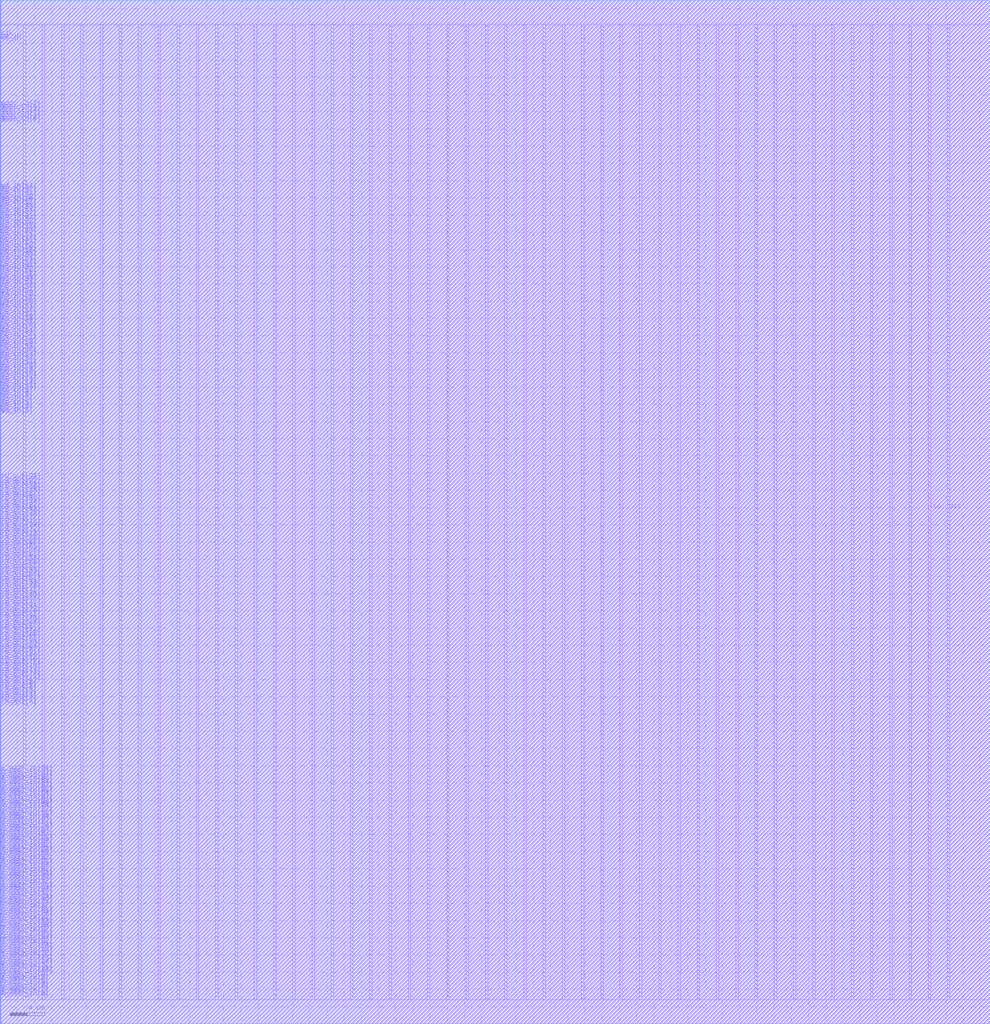
<source format=lef>
VERSION 5.7 ;
BUSBITCHARS "[]" ;
MACRO fakeram45_256x95_upper
  FOREIGN fakeram45_256x95_upper 0 0 ;
  SYMMETRY X Y R90 ;
  SIZE 115.140 BY 119.000 ;
  CLASS BLOCK ;
  PIN w_mask_in[0]
    DIRECTION INPUT ;
    USE SIGNAL ;
    SHAPE ABUTMENT ;
    PORT
      LAYER M18 ;
      RECT 0.000 2.800 0.070 2.870 ;
    END
  END w_mask_in[0]
  PIN w_mask_in[1]
    DIRECTION INPUT ;
    USE SIGNAL ;
    SHAPE ABUTMENT ;
    PORT
      LAYER M18 ;
      RECT 0.000 3.080 0.070 3.150 ;
    END
  END w_mask_in[1]
  PIN w_mask_in[2]
    DIRECTION INPUT ;
    USE SIGNAL ;
    SHAPE ABUTMENT ;
    PORT
      LAYER M18 ;
      RECT 0.000 3.360 0.070 3.430 ;
    END
  END w_mask_in[2]
  PIN w_mask_in[3]
    DIRECTION INPUT ;
    USE SIGNAL ;
    SHAPE ABUTMENT ;
    PORT
      LAYER M18 ;
      RECT 0.000 3.640 0.070 3.710 ;
    END
  END w_mask_in[3]
  PIN w_mask_in[4]
    DIRECTION INPUT ;
    USE SIGNAL ;
    SHAPE ABUTMENT ;
    PORT
      LAYER M18 ;
      RECT 0.000 3.920 0.070 3.990 ;
    END
  END w_mask_in[4]
  PIN w_mask_in[5]
    DIRECTION INPUT ;
    USE SIGNAL ;
    SHAPE ABUTMENT ;
    PORT
      LAYER M18 ;
      RECT 0.000 4.200 0.070 4.270 ;
    END
  END w_mask_in[5]
  PIN w_mask_in[6]
    DIRECTION INPUT ;
    USE SIGNAL ;
    SHAPE ABUTMENT ;
    PORT
      LAYER M18 ;
      RECT 0.000 4.480 0.070 4.550 ;
    END
  END w_mask_in[6]
  PIN w_mask_in[7]
    DIRECTION INPUT ;
    USE SIGNAL ;
    SHAPE ABUTMENT ;
    PORT
      LAYER M18 ;
      RECT 0.000 4.760 0.070 4.830 ;
    END
  END w_mask_in[7]
  PIN w_mask_in[8]
    DIRECTION INPUT ;
    USE SIGNAL ;
    SHAPE ABUTMENT ;
    PORT
      LAYER M18 ;
      RECT 0.000 5.040 0.070 5.110 ;
    END
  END w_mask_in[8]
  PIN w_mask_in[9]
    DIRECTION INPUT ;
    USE SIGNAL ;
    SHAPE ABUTMENT ;
    PORT
      LAYER M18 ;
      RECT 0.000 5.320 0.070 5.390 ;
    END
  END w_mask_in[9]
  PIN w_mask_in[10]
    DIRECTION INPUT ;
    USE SIGNAL ;
    SHAPE ABUTMENT ;
    PORT
      LAYER M18 ;
      RECT 0.000 5.600 0.070 5.670 ;
    END
  END w_mask_in[10]
  PIN w_mask_in[11]
    DIRECTION INPUT ;
    USE SIGNAL ;
    SHAPE ABUTMENT ;
    PORT
      LAYER M18 ;
      RECT 0.000 5.880 0.070 5.950 ;
    END
  END w_mask_in[11]
  PIN w_mask_in[12]
    DIRECTION INPUT ;
    USE SIGNAL ;
    SHAPE ABUTMENT ;
    PORT
      LAYER M18 ;
      RECT 0.000 6.160 0.070 6.230 ;
    END
  END w_mask_in[12]
  PIN w_mask_in[13]
    DIRECTION INPUT ;
    USE SIGNAL ;
    SHAPE ABUTMENT ;
    PORT
      LAYER M18 ;
      RECT 0.000 6.440 0.070 6.510 ;
    END
  END w_mask_in[13]
  PIN w_mask_in[14]
    DIRECTION INPUT ;
    USE SIGNAL ;
    SHAPE ABUTMENT ;
    PORT
      LAYER M18 ;
      RECT 0.000 6.720 0.070 6.790 ;
    END
  END w_mask_in[14]
  PIN w_mask_in[15]
    DIRECTION INPUT ;
    USE SIGNAL ;
    SHAPE ABUTMENT ;
    PORT
      LAYER M18 ;
      RECT 0.000 7.000 0.070 7.070 ;
    END
  END w_mask_in[15]
  PIN w_mask_in[16]
    DIRECTION INPUT ;
    USE SIGNAL ;
    SHAPE ABUTMENT ;
    PORT
      LAYER M18 ;
      RECT 0.000 7.280 0.070 7.350 ;
    END
  END w_mask_in[16]
  PIN w_mask_in[17]
    DIRECTION INPUT ;
    USE SIGNAL ;
    SHAPE ABUTMENT ;
    PORT
      LAYER M18 ;
      RECT 0.000 7.560 0.070 7.630 ;
    END
  END w_mask_in[17]
  PIN w_mask_in[18]
    DIRECTION INPUT ;
    USE SIGNAL ;
    SHAPE ABUTMENT ;
    PORT
      LAYER M18 ;
      RECT 0.000 7.840 0.070 7.910 ;
    END
  END w_mask_in[18]
  PIN w_mask_in[19]
    DIRECTION INPUT ;
    USE SIGNAL ;
    SHAPE ABUTMENT ;
    PORT
      LAYER M18 ;
      RECT 0.000 8.120 0.070 8.190 ;
    END
  END w_mask_in[19]
  PIN w_mask_in[20]
    DIRECTION INPUT ;
    USE SIGNAL ;
    SHAPE ABUTMENT ;
    PORT
      LAYER M18 ;
      RECT 0.000 8.400 0.070 8.470 ;
    END
  END w_mask_in[20]
  PIN w_mask_in[21]
    DIRECTION INPUT ;
    USE SIGNAL ;
    SHAPE ABUTMENT ;
    PORT
      LAYER M18 ;
      RECT 0.000 8.680 0.070 8.750 ;
    END
  END w_mask_in[21]
  PIN w_mask_in[22]
    DIRECTION INPUT ;
    USE SIGNAL ;
    SHAPE ABUTMENT ;
    PORT
      LAYER M18 ;
      RECT 0.000 8.960 0.070 9.030 ;
    END
  END w_mask_in[22]
  PIN w_mask_in[23]
    DIRECTION INPUT ;
    USE SIGNAL ;
    SHAPE ABUTMENT ;
    PORT
      LAYER M18 ;
      RECT 0.000 9.240 0.070 9.310 ;
    END
  END w_mask_in[23]
  PIN w_mask_in[24]
    DIRECTION INPUT ;
    USE SIGNAL ;
    SHAPE ABUTMENT ;
    PORT
      LAYER M18 ;
      RECT 0.000 9.520 0.070 9.590 ;
    END
  END w_mask_in[24]
  PIN w_mask_in[25]
    DIRECTION INPUT ;
    USE SIGNAL ;
    SHAPE ABUTMENT ;
    PORT
      LAYER M18 ;
      RECT 0.000 9.800 0.070 9.870 ;
    END
  END w_mask_in[25]
  PIN w_mask_in[26]
    DIRECTION INPUT ;
    USE SIGNAL ;
    SHAPE ABUTMENT ;
    PORT
      LAYER M18 ;
      RECT 0.000 10.080 0.070 10.150 ;
    END
  END w_mask_in[26]
  PIN w_mask_in[27]
    DIRECTION INPUT ;
    USE SIGNAL ;
    SHAPE ABUTMENT ;
    PORT
      LAYER M18 ;
      RECT 0.000 10.360 0.070 10.430 ;
    END
  END w_mask_in[27]
  PIN w_mask_in[28]
    DIRECTION INPUT ;
    USE SIGNAL ;
    SHAPE ABUTMENT ;
    PORT
      LAYER M18 ;
      RECT 0.000 10.640 0.070 10.710 ;
    END
  END w_mask_in[28]
  PIN w_mask_in[29]
    DIRECTION INPUT ;
    USE SIGNAL ;
    SHAPE ABUTMENT ;
    PORT
      LAYER M18 ;
      RECT 0.000 10.920 0.070 10.990 ;
    END
  END w_mask_in[29]
  PIN w_mask_in[30]
    DIRECTION INPUT ;
    USE SIGNAL ;
    SHAPE ABUTMENT ;
    PORT
      LAYER M18 ;
      RECT 0.000 11.200 0.070 11.270 ;
    END
  END w_mask_in[30]
  PIN w_mask_in[31]
    DIRECTION INPUT ;
    USE SIGNAL ;
    SHAPE ABUTMENT ;
    PORT
      LAYER M18 ;
      RECT 0.000 11.480 0.070 11.550 ;
    END
  END w_mask_in[31]
  PIN w_mask_in[32]
    DIRECTION INPUT ;
    USE SIGNAL ;
    SHAPE ABUTMENT ;
    PORT
      LAYER M18 ;
      RECT 0.000 11.760 0.070 11.830 ;
    END
  END w_mask_in[32]
  PIN w_mask_in[33]
    DIRECTION INPUT ;
    USE SIGNAL ;
    SHAPE ABUTMENT ;
    PORT
      LAYER M18 ;
      RECT 0.000 12.040 0.070 12.110 ;
    END
  END w_mask_in[33]
  PIN w_mask_in[34]
    DIRECTION INPUT ;
    USE SIGNAL ;
    SHAPE ABUTMENT ;
    PORT
      LAYER M18 ;
      RECT 0.000 12.320 0.070 12.390 ;
    END
  END w_mask_in[34]
  PIN w_mask_in[35]
    DIRECTION INPUT ;
    USE SIGNAL ;
    SHAPE ABUTMENT ;
    PORT
      LAYER M18 ;
      RECT 0.000 12.600 0.070 12.670 ;
    END
  END w_mask_in[35]
  PIN w_mask_in[36]
    DIRECTION INPUT ;
    USE SIGNAL ;
    SHAPE ABUTMENT ;
    PORT
      LAYER M18 ;
      RECT 0.000 12.880 0.070 12.950 ;
    END
  END w_mask_in[36]
  PIN w_mask_in[37]
    DIRECTION INPUT ;
    USE SIGNAL ;
    SHAPE ABUTMENT ;
    PORT
      LAYER M18 ;
      RECT 0.000 13.160 0.070 13.230 ;
    END
  END w_mask_in[37]
  PIN w_mask_in[38]
    DIRECTION INPUT ;
    USE SIGNAL ;
    SHAPE ABUTMENT ;
    PORT
      LAYER M18 ;
      RECT 0.000 13.440 0.070 13.510 ;
    END
  END w_mask_in[38]
  PIN w_mask_in[39]
    DIRECTION INPUT ;
    USE SIGNAL ;
    SHAPE ABUTMENT ;
    PORT
      LAYER M18 ;
      RECT 0.000 13.720 0.070 13.790 ;
    END
  END w_mask_in[39]
  PIN w_mask_in[40]
    DIRECTION INPUT ;
    USE SIGNAL ;
    SHAPE ABUTMENT ;
    PORT
      LAYER M18 ;
      RECT 0.000 14.000 0.070 14.070 ;
    END
  END w_mask_in[40]
  PIN w_mask_in[41]
    DIRECTION INPUT ;
    USE SIGNAL ;
    SHAPE ABUTMENT ;
    PORT
      LAYER M18 ;
      RECT 0.000 14.280 0.070 14.350 ;
    END
  END w_mask_in[41]
  PIN w_mask_in[42]
    DIRECTION INPUT ;
    USE SIGNAL ;
    SHAPE ABUTMENT ;
    PORT
      LAYER M18 ;
      RECT 0.000 14.560 0.070 14.630 ;
    END
  END w_mask_in[42]
  PIN w_mask_in[43]
    DIRECTION INPUT ;
    USE SIGNAL ;
    SHAPE ABUTMENT ;
    PORT
      LAYER M18 ;
      RECT 0.000 14.840 0.070 14.910 ;
    END
  END w_mask_in[43]
  PIN w_mask_in[44]
    DIRECTION INPUT ;
    USE SIGNAL ;
    SHAPE ABUTMENT ;
    PORT
      LAYER M18 ;
      RECT 0.000 15.120 0.070 15.190 ;
    END
  END w_mask_in[44]
  PIN w_mask_in[45]
    DIRECTION INPUT ;
    USE SIGNAL ;
    SHAPE ABUTMENT ;
    PORT
      LAYER M18 ;
      RECT 0.000 15.400 0.070 15.470 ;
    END
  END w_mask_in[45]
  PIN w_mask_in[46]
    DIRECTION INPUT ;
    USE SIGNAL ;
    SHAPE ABUTMENT ;
    PORT
      LAYER M18 ;
      RECT 0.000 15.680 0.070 15.750 ;
    END
  END w_mask_in[46]
  PIN w_mask_in[47]
    DIRECTION INPUT ;
    USE SIGNAL ;
    SHAPE ABUTMENT ;
    PORT
      LAYER M18 ;
      RECT 0.000 15.960 0.070 16.030 ;
    END
  END w_mask_in[47]
  PIN w_mask_in[48]
    DIRECTION INPUT ;
    USE SIGNAL ;
    SHAPE ABUTMENT ;
    PORT
      LAYER M18 ;
      RECT 0.000 16.240 0.070 16.310 ;
    END
  END w_mask_in[48]
  PIN w_mask_in[49]
    DIRECTION INPUT ;
    USE SIGNAL ;
    SHAPE ABUTMENT ;
    PORT
      LAYER M18 ;
      RECT 0.000 16.520 0.070 16.590 ;
    END
  END w_mask_in[49]
  PIN w_mask_in[50]
    DIRECTION INPUT ;
    USE SIGNAL ;
    SHAPE ABUTMENT ;
    PORT
      LAYER M18 ;
      RECT 0.000 16.800 0.070 16.870 ;
    END
  END w_mask_in[50]
  PIN w_mask_in[51]
    DIRECTION INPUT ;
    USE SIGNAL ;
    SHAPE ABUTMENT ;
    PORT
      LAYER M18 ;
      RECT 0.000 17.080 0.070 17.150 ;
    END
  END w_mask_in[51]
  PIN w_mask_in[52]
    DIRECTION INPUT ;
    USE SIGNAL ;
    SHAPE ABUTMENT ;
    PORT
      LAYER M18 ;
      RECT 0.000 17.360 0.070 17.430 ;
    END
  END w_mask_in[52]
  PIN w_mask_in[53]
    DIRECTION INPUT ;
    USE SIGNAL ;
    SHAPE ABUTMENT ;
    PORT
      LAYER M18 ;
      RECT 0.000 17.640 0.070 17.710 ;
    END
  END w_mask_in[53]
  PIN w_mask_in[54]
    DIRECTION INPUT ;
    USE SIGNAL ;
    SHAPE ABUTMENT ;
    PORT
      LAYER M18 ;
      RECT 0.000 17.920 0.070 17.990 ;
    END
  END w_mask_in[54]
  PIN w_mask_in[55]
    DIRECTION INPUT ;
    USE SIGNAL ;
    SHAPE ABUTMENT ;
    PORT
      LAYER M18 ;
      RECT 0.000 18.200 0.070 18.270 ;
    END
  END w_mask_in[55]
  PIN w_mask_in[56]
    DIRECTION INPUT ;
    USE SIGNAL ;
    SHAPE ABUTMENT ;
    PORT
      LAYER M18 ;
      RECT 0.000 18.480 0.070 18.550 ;
    END
  END w_mask_in[56]
  PIN w_mask_in[57]
    DIRECTION INPUT ;
    USE SIGNAL ;
    SHAPE ABUTMENT ;
    PORT
      LAYER M18 ;
      RECT 0.000 18.760 0.070 18.830 ;
    END
  END w_mask_in[57]
  PIN w_mask_in[58]
    DIRECTION INPUT ;
    USE SIGNAL ;
    SHAPE ABUTMENT ;
    PORT
      LAYER M18 ;
      RECT 0.000 19.040 0.070 19.110 ;
    END
  END w_mask_in[58]
  PIN w_mask_in[59]
    DIRECTION INPUT ;
    USE SIGNAL ;
    SHAPE ABUTMENT ;
    PORT
      LAYER M18 ;
      RECT 0.000 19.320 0.070 19.390 ;
    END
  END w_mask_in[59]
  PIN w_mask_in[60]
    DIRECTION INPUT ;
    USE SIGNAL ;
    SHAPE ABUTMENT ;
    PORT
      LAYER M18 ;
      RECT 0.000 19.600 0.070 19.670 ;
    END
  END w_mask_in[60]
  PIN w_mask_in[61]
    DIRECTION INPUT ;
    USE SIGNAL ;
    SHAPE ABUTMENT ;
    PORT
      LAYER M18 ;
      RECT 0.000 19.880 0.070 19.950 ;
    END
  END w_mask_in[61]
  PIN w_mask_in[62]
    DIRECTION INPUT ;
    USE SIGNAL ;
    SHAPE ABUTMENT ;
    PORT
      LAYER M18 ;
      RECT 0.000 20.160 0.070 20.230 ;
    END
  END w_mask_in[62]
  PIN w_mask_in[63]
    DIRECTION INPUT ;
    USE SIGNAL ;
    SHAPE ABUTMENT ;
    PORT
      LAYER M18 ;
      RECT 0.000 20.440 0.070 20.510 ;
    END
  END w_mask_in[63]
  PIN w_mask_in[64]
    DIRECTION INPUT ;
    USE SIGNAL ;
    SHAPE ABUTMENT ;
    PORT
      LAYER M18 ;
      RECT 0.000 20.720 0.070 20.790 ;
    END
  END w_mask_in[64]
  PIN w_mask_in[65]
    DIRECTION INPUT ;
    USE SIGNAL ;
    SHAPE ABUTMENT ;
    PORT
      LAYER M18 ;
      RECT 0.000 21.000 0.070 21.070 ;
    END
  END w_mask_in[65]
  PIN w_mask_in[66]
    DIRECTION INPUT ;
    USE SIGNAL ;
    SHAPE ABUTMENT ;
    PORT
      LAYER M18 ;
      RECT 0.000 21.280 0.070 21.350 ;
    END
  END w_mask_in[66]
  PIN w_mask_in[67]
    DIRECTION INPUT ;
    USE SIGNAL ;
    SHAPE ABUTMENT ;
    PORT
      LAYER M18 ;
      RECT 0.000 21.560 0.070 21.630 ;
    END
  END w_mask_in[67]
  PIN w_mask_in[68]
    DIRECTION INPUT ;
    USE SIGNAL ;
    SHAPE ABUTMENT ;
    PORT
      LAYER M18 ;
      RECT 0.000 21.840 0.070 21.910 ;
    END
  END w_mask_in[68]
  PIN w_mask_in[69]
    DIRECTION INPUT ;
    USE SIGNAL ;
    SHAPE ABUTMENT ;
    PORT
      LAYER M18 ;
      RECT 0.000 22.120 0.070 22.190 ;
    END
  END w_mask_in[69]
  PIN w_mask_in[70]
    DIRECTION INPUT ;
    USE SIGNAL ;
    SHAPE ABUTMENT ;
    PORT
      LAYER M18 ;
      RECT 0.000 22.400 0.070 22.470 ;
    END
  END w_mask_in[70]
  PIN w_mask_in[71]
    DIRECTION INPUT ;
    USE SIGNAL ;
    SHAPE ABUTMENT ;
    PORT
      LAYER M18 ;
      RECT 0.000 22.680 0.070 22.750 ;
    END
  END w_mask_in[71]
  PIN w_mask_in[72]
    DIRECTION INPUT ;
    USE SIGNAL ;
    SHAPE ABUTMENT ;
    PORT
      LAYER M18 ;
      RECT 0.000 22.960 0.070 23.030 ;
    END
  END w_mask_in[72]
  PIN w_mask_in[73]
    DIRECTION INPUT ;
    USE SIGNAL ;
    SHAPE ABUTMENT ;
    PORT
      LAYER M18 ;
      RECT 0.000 23.240 0.070 23.310 ;
    END
  END w_mask_in[73]
  PIN w_mask_in[74]
    DIRECTION INPUT ;
    USE SIGNAL ;
    SHAPE ABUTMENT ;
    PORT
      LAYER M18 ;
      RECT 0.000 23.520 0.070 23.590 ;
    END
  END w_mask_in[74]
  PIN w_mask_in[75]
    DIRECTION INPUT ;
    USE SIGNAL ;
    SHAPE ABUTMENT ;
    PORT
      LAYER M18 ;
      RECT 0.000 23.800 0.070 23.870 ;
    END
  END w_mask_in[75]
  PIN w_mask_in[76]
    DIRECTION INPUT ;
    USE SIGNAL ;
    SHAPE ABUTMENT ;
    PORT
      LAYER M18 ;
      RECT 0.000 24.080 0.070 24.150 ;
    END
  END w_mask_in[76]
  PIN w_mask_in[77]
    DIRECTION INPUT ;
    USE SIGNAL ;
    SHAPE ABUTMENT ;
    PORT
      LAYER M18 ;
      RECT 0.000 24.360 0.070 24.430 ;
    END
  END w_mask_in[77]
  PIN w_mask_in[78]
    DIRECTION INPUT ;
    USE SIGNAL ;
    SHAPE ABUTMENT ;
    PORT
      LAYER M18 ;
      RECT 0.000 24.640 0.070 24.710 ;
    END
  END w_mask_in[78]
  PIN w_mask_in[79]
    DIRECTION INPUT ;
    USE SIGNAL ;
    SHAPE ABUTMENT ;
    PORT
      LAYER M18 ;
      RECT 0.000 24.920 0.070 24.990 ;
    END
  END w_mask_in[79]
  PIN w_mask_in[80]
    DIRECTION INPUT ;
    USE SIGNAL ;
    SHAPE ABUTMENT ;
    PORT
      LAYER M18 ;
      RECT 0.000 25.200 0.070 25.270 ;
    END
  END w_mask_in[80]
  PIN w_mask_in[81]
    DIRECTION INPUT ;
    USE SIGNAL ;
    SHAPE ABUTMENT ;
    PORT
      LAYER M18 ;
      RECT 0.000 25.480 0.070 25.550 ;
    END
  END w_mask_in[81]
  PIN w_mask_in[82]
    DIRECTION INPUT ;
    USE SIGNAL ;
    SHAPE ABUTMENT ;
    PORT
      LAYER M18 ;
      RECT 0.000 25.760 0.070 25.830 ;
    END
  END w_mask_in[82]
  PIN w_mask_in[83]
    DIRECTION INPUT ;
    USE SIGNAL ;
    SHAPE ABUTMENT ;
    PORT
      LAYER M18 ;
      RECT 0.000 26.040 0.070 26.110 ;
    END
  END w_mask_in[83]
  PIN w_mask_in[84]
    DIRECTION INPUT ;
    USE SIGNAL ;
    SHAPE ABUTMENT ;
    PORT
      LAYER M18 ;
      RECT 0.000 26.320 0.070 26.390 ;
    END
  END w_mask_in[84]
  PIN w_mask_in[85]
    DIRECTION INPUT ;
    USE SIGNAL ;
    SHAPE ABUTMENT ;
    PORT
      LAYER M18 ;
      RECT 0.000 26.600 0.070 26.670 ;
    END
  END w_mask_in[85]
  PIN w_mask_in[86]
    DIRECTION INPUT ;
    USE SIGNAL ;
    SHAPE ABUTMENT ;
    PORT
      LAYER M18 ;
      RECT 0.000 26.880 0.070 26.950 ;
    END
  END w_mask_in[86]
  PIN w_mask_in[87]
    DIRECTION INPUT ;
    USE SIGNAL ;
    SHAPE ABUTMENT ;
    PORT
      LAYER M18 ;
      RECT 0.000 27.160 0.070 27.230 ;
    END
  END w_mask_in[87]
  PIN w_mask_in[88]
    DIRECTION INPUT ;
    USE SIGNAL ;
    SHAPE ABUTMENT ;
    PORT
      LAYER M18 ;
      RECT 0.000 27.440 0.070 27.510 ;
    END
  END w_mask_in[88]
  PIN w_mask_in[89]
    DIRECTION INPUT ;
    USE SIGNAL ;
    SHAPE ABUTMENT ;
    PORT
      LAYER M18 ;
      RECT 0.000 27.720 0.070 27.790 ;
    END
  END w_mask_in[89]
  PIN w_mask_in[90]
    DIRECTION INPUT ;
    USE SIGNAL ;
    SHAPE ABUTMENT ;
    PORT
      LAYER M18 ;
      RECT 0.000 28.000 0.070 28.070 ;
    END
  END w_mask_in[90]
  PIN w_mask_in[91]
    DIRECTION INPUT ;
    USE SIGNAL ;
    SHAPE ABUTMENT ;
    PORT
      LAYER M18 ;
      RECT 0.000 28.280 0.070 28.350 ;
    END
  END w_mask_in[91]
  PIN w_mask_in[92]
    DIRECTION INPUT ;
    USE SIGNAL ;
    SHAPE ABUTMENT ;
    PORT
      LAYER M18 ;
      RECT 0.000 28.560 0.070 28.630 ;
    END
  END w_mask_in[92]
  PIN w_mask_in[93]
    DIRECTION INPUT ;
    USE SIGNAL ;
    SHAPE ABUTMENT ;
    PORT
      LAYER M18 ;
      RECT 0.000 28.840 0.070 28.910 ;
    END
  END w_mask_in[93]
  PIN w_mask_in[94]
    DIRECTION INPUT ;
    USE SIGNAL ;
    SHAPE ABUTMENT ;
    PORT
      LAYER M18 ;
      RECT 0.000 29.120 0.070 29.190 ;
    END
  END w_mask_in[94]
  PIN rd_out[0]
    DIRECTION OUTPUT ;
    USE SIGNAL ;
    SHAPE ABUTMENT ;
    PORT
      LAYER M18 ;
      RECT 0.000 36.680 0.070 36.750 ;
    END
  END rd_out[0]
  PIN rd_out[1]
    DIRECTION OUTPUT ;
    USE SIGNAL ;
    SHAPE ABUTMENT ;
    PORT
      LAYER M18 ;
      RECT 0.000 36.960 0.070 37.030 ;
    END
  END rd_out[1]
  PIN rd_out[2]
    DIRECTION OUTPUT ;
    USE SIGNAL ;
    SHAPE ABUTMENT ;
    PORT
      LAYER M18 ;
      RECT 0.000 37.240 0.070 37.310 ;
    END
  END rd_out[2]
  PIN rd_out[3]
    DIRECTION OUTPUT ;
    USE SIGNAL ;
    SHAPE ABUTMENT ;
    PORT
      LAYER M18 ;
      RECT 0.000 37.520 0.070 37.590 ;
    END
  END rd_out[3]
  PIN rd_out[4]
    DIRECTION OUTPUT ;
    USE SIGNAL ;
    SHAPE ABUTMENT ;
    PORT
      LAYER M18 ;
      RECT 0.000 37.800 0.070 37.870 ;
    END
  END rd_out[4]
  PIN rd_out[5]
    DIRECTION OUTPUT ;
    USE SIGNAL ;
    SHAPE ABUTMENT ;
    PORT
      LAYER M18 ;
      RECT 0.000 38.080 0.070 38.150 ;
    END
  END rd_out[5]
  PIN rd_out[6]
    DIRECTION OUTPUT ;
    USE SIGNAL ;
    SHAPE ABUTMENT ;
    PORT
      LAYER M18 ;
      RECT 0.000 38.360 0.070 38.430 ;
    END
  END rd_out[6]
  PIN rd_out[7]
    DIRECTION OUTPUT ;
    USE SIGNAL ;
    SHAPE ABUTMENT ;
    PORT
      LAYER M18 ;
      RECT 0.000 38.640 0.070 38.710 ;
    END
  END rd_out[7]
  PIN rd_out[8]
    DIRECTION OUTPUT ;
    USE SIGNAL ;
    SHAPE ABUTMENT ;
    PORT
      LAYER M18 ;
      RECT 0.000 38.920 0.070 38.990 ;
    END
  END rd_out[8]
  PIN rd_out[9]
    DIRECTION OUTPUT ;
    USE SIGNAL ;
    SHAPE ABUTMENT ;
    PORT
      LAYER M18 ;
      RECT 0.000 39.200 0.070 39.270 ;
    END
  END rd_out[9]
  PIN rd_out[10]
    DIRECTION OUTPUT ;
    USE SIGNAL ;
    SHAPE ABUTMENT ;
    PORT
      LAYER M18 ;
      RECT 0.000 39.480 0.070 39.550 ;
    END
  END rd_out[10]
  PIN rd_out[11]
    DIRECTION OUTPUT ;
    USE SIGNAL ;
    SHAPE ABUTMENT ;
    PORT
      LAYER M18 ;
      RECT 0.000 39.760 0.070 39.830 ;
    END
  END rd_out[11]
  PIN rd_out[12]
    DIRECTION OUTPUT ;
    USE SIGNAL ;
    SHAPE ABUTMENT ;
    PORT
      LAYER M18 ;
      RECT 0.000 40.040 0.070 40.110 ;
    END
  END rd_out[12]
  PIN rd_out[13]
    DIRECTION OUTPUT ;
    USE SIGNAL ;
    SHAPE ABUTMENT ;
    PORT
      LAYER M18 ;
      RECT 0.000 40.320 0.070 40.390 ;
    END
  END rd_out[13]
  PIN rd_out[14]
    DIRECTION OUTPUT ;
    USE SIGNAL ;
    SHAPE ABUTMENT ;
    PORT
      LAYER M18 ;
      RECT 0.000 40.600 0.070 40.670 ;
    END
  END rd_out[14]
  PIN rd_out[15]
    DIRECTION OUTPUT ;
    USE SIGNAL ;
    SHAPE ABUTMENT ;
    PORT
      LAYER M18 ;
      RECT 0.000 40.880 0.070 40.950 ;
    END
  END rd_out[15]
  PIN rd_out[16]
    DIRECTION OUTPUT ;
    USE SIGNAL ;
    SHAPE ABUTMENT ;
    PORT
      LAYER M18 ;
      RECT 0.000 41.160 0.070 41.230 ;
    END
  END rd_out[16]
  PIN rd_out[17]
    DIRECTION OUTPUT ;
    USE SIGNAL ;
    SHAPE ABUTMENT ;
    PORT
      LAYER M18 ;
      RECT 0.000 41.440 0.070 41.510 ;
    END
  END rd_out[17]
  PIN rd_out[18]
    DIRECTION OUTPUT ;
    USE SIGNAL ;
    SHAPE ABUTMENT ;
    PORT
      LAYER M18 ;
      RECT 0.000 41.720 0.070 41.790 ;
    END
  END rd_out[18]
  PIN rd_out[19]
    DIRECTION OUTPUT ;
    USE SIGNAL ;
    SHAPE ABUTMENT ;
    PORT
      LAYER M18 ;
      RECT 0.000 42.000 0.070 42.070 ;
    END
  END rd_out[19]
  PIN rd_out[20]
    DIRECTION OUTPUT ;
    USE SIGNAL ;
    SHAPE ABUTMENT ;
    PORT
      LAYER M18 ;
      RECT 0.000 42.280 0.070 42.350 ;
    END
  END rd_out[20]
  PIN rd_out[21]
    DIRECTION OUTPUT ;
    USE SIGNAL ;
    SHAPE ABUTMENT ;
    PORT
      LAYER M18 ;
      RECT 0.000 42.560 0.070 42.630 ;
    END
  END rd_out[21]
  PIN rd_out[22]
    DIRECTION OUTPUT ;
    USE SIGNAL ;
    SHAPE ABUTMENT ;
    PORT
      LAYER M18 ;
      RECT 0.000 42.840 0.070 42.910 ;
    END
  END rd_out[22]
  PIN rd_out[23]
    DIRECTION OUTPUT ;
    USE SIGNAL ;
    SHAPE ABUTMENT ;
    PORT
      LAYER M18 ;
      RECT 0.000 43.120 0.070 43.190 ;
    END
  END rd_out[23]
  PIN rd_out[24]
    DIRECTION OUTPUT ;
    USE SIGNAL ;
    SHAPE ABUTMENT ;
    PORT
      LAYER M18 ;
      RECT 0.000 43.400 0.070 43.470 ;
    END
  END rd_out[24]
  PIN rd_out[25]
    DIRECTION OUTPUT ;
    USE SIGNAL ;
    SHAPE ABUTMENT ;
    PORT
      LAYER M18 ;
      RECT 0.000 43.680 0.070 43.750 ;
    END
  END rd_out[25]
  PIN rd_out[26]
    DIRECTION OUTPUT ;
    USE SIGNAL ;
    SHAPE ABUTMENT ;
    PORT
      LAYER M18 ;
      RECT 0.000 43.960 0.070 44.030 ;
    END
  END rd_out[26]
  PIN rd_out[27]
    DIRECTION OUTPUT ;
    USE SIGNAL ;
    SHAPE ABUTMENT ;
    PORT
      LAYER M18 ;
      RECT 0.000 44.240 0.070 44.310 ;
    END
  END rd_out[27]
  PIN rd_out[28]
    DIRECTION OUTPUT ;
    USE SIGNAL ;
    SHAPE ABUTMENT ;
    PORT
      LAYER M18 ;
      RECT 0.000 44.520 0.070 44.590 ;
    END
  END rd_out[28]
  PIN rd_out[29]
    DIRECTION OUTPUT ;
    USE SIGNAL ;
    SHAPE ABUTMENT ;
    PORT
      LAYER M18 ;
      RECT 0.000 44.800 0.070 44.870 ;
    END
  END rd_out[29]
  PIN rd_out[30]
    DIRECTION OUTPUT ;
    USE SIGNAL ;
    SHAPE ABUTMENT ;
    PORT
      LAYER M18 ;
      RECT 0.000 45.080 0.070 45.150 ;
    END
  END rd_out[30]
  PIN rd_out[31]
    DIRECTION OUTPUT ;
    USE SIGNAL ;
    SHAPE ABUTMENT ;
    PORT
      LAYER M18 ;
      RECT 0.000 45.360 0.070 45.430 ;
    END
  END rd_out[31]
  PIN rd_out[32]
    DIRECTION OUTPUT ;
    USE SIGNAL ;
    SHAPE ABUTMENT ;
    PORT
      LAYER M18 ;
      RECT 0.000 45.640 0.070 45.710 ;
    END
  END rd_out[32]
  PIN rd_out[33]
    DIRECTION OUTPUT ;
    USE SIGNAL ;
    SHAPE ABUTMENT ;
    PORT
      LAYER M18 ;
      RECT 0.000 45.920 0.070 45.990 ;
    END
  END rd_out[33]
  PIN rd_out[34]
    DIRECTION OUTPUT ;
    USE SIGNAL ;
    SHAPE ABUTMENT ;
    PORT
      LAYER M18 ;
      RECT 0.000 46.200 0.070 46.270 ;
    END
  END rd_out[34]
  PIN rd_out[35]
    DIRECTION OUTPUT ;
    USE SIGNAL ;
    SHAPE ABUTMENT ;
    PORT
      LAYER M18 ;
      RECT 0.000 46.480 0.070 46.550 ;
    END
  END rd_out[35]
  PIN rd_out[36]
    DIRECTION OUTPUT ;
    USE SIGNAL ;
    SHAPE ABUTMENT ;
    PORT
      LAYER M18 ;
      RECT 0.000 46.760 0.070 46.830 ;
    END
  END rd_out[36]
  PIN rd_out[37]
    DIRECTION OUTPUT ;
    USE SIGNAL ;
    SHAPE ABUTMENT ;
    PORT
      LAYER M18 ;
      RECT 0.000 47.040 0.070 47.110 ;
    END
  END rd_out[37]
  PIN rd_out[38]
    DIRECTION OUTPUT ;
    USE SIGNAL ;
    SHAPE ABUTMENT ;
    PORT
      LAYER M18 ;
      RECT 0.000 47.320 0.070 47.390 ;
    END
  END rd_out[38]
  PIN rd_out[39]
    DIRECTION OUTPUT ;
    USE SIGNAL ;
    SHAPE ABUTMENT ;
    PORT
      LAYER M18 ;
      RECT 0.000 47.600 0.070 47.670 ;
    END
  END rd_out[39]
  PIN rd_out[40]
    DIRECTION OUTPUT ;
    USE SIGNAL ;
    SHAPE ABUTMENT ;
    PORT
      LAYER M18 ;
      RECT 0.000 47.880 0.070 47.950 ;
    END
  END rd_out[40]
  PIN rd_out[41]
    DIRECTION OUTPUT ;
    USE SIGNAL ;
    SHAPE ABUTMENT ;
    PORT
      LAYER M18 ;
      RECT 0.000 48.160 0.070 48.230 ;
    END
  END rd_out[41]
  PIN rd_out[42]
    DIRECTION OUTPUT ;
    USE SIGNAL ;
    SHAPE ABUTMENT ;
    PORT
      LAYER M18 ;
      RECT 0.000 48.440 0.070 48.510 ;
    END
  END rd_out[42]
  PIN rd_out[43]
    DIRECTION OUTPUT ;
    USE SIGNAL ;
    SHAPE ABUTMENT ;
    PORT
      LAYER M18 ;
      RECT 0.000 48.720 0.070 48.790 ;
    END
  END rd_out[43]
  PIN rd_out[44]
    DIRECTION OUTPUT ;
    USE SIGNAL ;
    SHAPE ABUTMENT ;
    PORT
      LAYER M18 ;
      RECT 0.000 49.000 0.070 49.070 ;
    END
  END rd_out[44]
  PIN rd_out[45]
    DIRECTION OUTPUT ;
    USE SIGNAL ;
    SHAPE ABUTMENT ;
    PORT
      LAYER M18 ;
      RECT 0.000 49.280 0.070 49.350 ;
    END
  END rd_out[45]
  PIN rd_out[46]
    DIRECTION OUTPUT ;
    USE SIGNAL ;
    SHAPE ABUTMENT ;
    PORT
      LAYER M18 ;
      RECT 0.000 49.560 0.070 49.630 ;
    END
  END rd_out[46]
  PIN rd_out[47]
    DIRECTION OUTPUT ;
    USE SIGNAL ;
    SHAPE ABUTMENT ;
    PORT
      LAYER M18 ;
      RECT 0.000 49.840 0.070 49.910 ;
    END
  END rd_out[47]
  PIN rd_out[48]
    DIRECTION OUTPUT ;
    USE SIGNAL ;
    SHAPE ABUTMENT ;
    PORT
      LAYER M18 ;
      RECT 0.000 50.120 0.070 50.190 ;
    END
  END rd_out[48]
  PIN rd_out[49]
    DIRECTION OUTPUT ;
    USE SIGNAL ;
    SHAPE ABUTMENT ;
    PORT
      LAYER M18 ;
      RECT 0.000 50.400 0.070 50.470 ;
    END
  END rd_out[49]
  PIN rd_out[50]
    DIRECTION OUTPUT ;
    USE SIGNAL ;
    SHAPE ABUTMENT ;
    PORT
      LAYER M18 ;
      RECT 0.000 50.680 0.070 50.750 ;
    END
  END rd_out[50]
  PIN rd_out[51]
    DIRECTION OUTPUT ;
    USE SIGNAL ;
    SHAPE ABUTMENT ;
    PORT
      LAYER M18 ;
      RECT 0.000 50.960 0.070 51.030 ;
    END
  END rd_out[51]
  PIN rd_out[52]
    DIRECTION OUTPUT ;
    USE SIGNAL ;
    SHAPE ABUTMENT ;
    PORT
      LAYER M18 ;
      RECT 0.000 51.240 0.070 51.310 ;
    END
  END rd_out[52]
  PIN rd_out[53]
    DIRECTION OUTPUT ;
    USE SIGNAL ;
    SHAPE ABUTMENT ;
    PORT
      LAYER M18 ;
      RECT 0.000 51.520 0.070 51.590 ;
    END
  END rd_out[53]
  PIN rd_out[54]
    DIRECTION OUTPUT ;
    USE SIGNAL ;
    SHAPE ABUTMENT ;
    PORT
      LAYER M18 ;
      RECT 0.000 51.800 0.070 51.870 ;
    END
  END rd_out[54]
  PIN rd_out[55]
    DIRECTION OUTPUT ;
    USE SIGNAL ;
    SHAPE ABUTMENT ;
    PORT
      LAYER M18 ;
      RECT 0.000 52.080 0.070 52.150 ;
    END
  END rd_out[55]
  PIN rd_out[56]
    DIRECTION OUTPUT ;
    USE SIGNAL ;
    SHAPE ABUTMENT ;
    PORT
      LAYER M18 ;
      RECT 0.000 52.360 0.070 52.430 ;
    END
  END rd_out[56]
  PIN rd_out[57]
    DIRECTION OUTPUT ;
    USE SIGNAL ;
    SHAPE ABUTMENT ;
    PORT
      LAYER M18 ;
      RECT 0.000 52.640 0.070 52.710 ;
    END
  END rd_out[57]
  PIN rd_out[58]
    DIRECTION OUTPUT ;
    USE SIGNAL ;
    SHAPE ABUTMENT ;
    PORT
      LAYER M18 ;
      RECT 0.000 52.920 0.070 52.990 ;
    END
  END rd_out[58]
  PIN rd_out[59]
    DIRECTION OUTPUT ;
    USE SIGNAL ;
    SHAPE ABUTMENT ;
    PORT
      LAYER M18 ;
      RECT 0.000 53.200 0.070 53.270 ;
    END
  END rd_out[59]
  PIN rd_out[60]
    DIRECTION OUTPUT ;
    USE SIGNAL ;
    SHAPE ABUTMENT ;
    PORT
      LAYER M18 ;
      RECT 0.000 53.480 0.070 53.550 ;
    END
  END rd_out[60]
  PIN rd_out[61]
    DIRECTION OUTPUT ;
    USE SIGNAL ;
    SHAPE ABUTMENT ;
    PORT
      LAYER M18 ;
      RECT 0.000 53.760 0.070 53.830 ;
    END
  END rd_out[61]
  PIN rd_out[62]
    DIRECTION OUTPUT ;
    USE SIGNAL ;
    SHAPE ABUTMENT ;
    PORT
      LAYER M18 ;
      RECT 0.000 54.040 0.070 54.110 ;
    END
  END rd_out[62]
  PIN rd_out[63]
    DIRECTION OUTPUT ;
    USE SIGNAL ;
    SHAPE ABUTMENT ;
    PORT
      LAYER M18 ;
      RECT 0.000 54.320 0.070 54.390 ;
    END
  END rd_out[63]
  PIN rd_out[64]
    DIRECTION OUTPUT ;
    USE SIGNAL ;
    SHAPE ABUTMENT ;
    PORT
      LAYER M18 ;
      RECT 0.000 54.600 0.070 54.670 ;
    END
  END rd_out[64]
  PIN rd_out[65]
    DIRECTION OUTPUT ;
    USE SIGNAL ;
    SHAPE ABUTMENT ;
    PORT
      LAYER M18 ;
      RECT 0.000 54.880 0.070 54.950 ;
    END
  END rd_out[65]
  PIN rd_out[66]
    DIRECTION OUTPUT ;
    USE SIGNAL ;
    SHAPE ABUTMENT ;
    PORT
      LAYER M18 ;
      RECT 0.000 55.160 0.070 55.230 ;
    END
  END rd_out[66]
  PIN rd_out[67]
    DIRECTION OUTPUT ;
    USE SIGNAL ;
    SHAPE ABUTMENT ;
    PORT
      LAYER M18 ;
      RECT 0.000 55.440 0.070 55.510 ;
    END
  END rd_out[67]
  PIN rd_out[68]
    DIRECTION OUTPUT ;
    USE SIGNAL ;
    SHAPE ABUTMENT ;
    PORT
      LAYER M18 ;
      RECT 0.000 55.720 0.070 55.790 ;
    END
  END rd_out[68]
  PIN rd_out[69]
    DIRECTION OUTPUT ;
    USE SIGNAL ;
    SHAPE ABUTMENT ;
    PORT
      LAYER M18 ;
      RECT 0.000 56.000 0.070 56.070 ;
    END
  END rd_out[69]
  PIN rd_out[70]
    DIRECTION OUTPUT ;
    USE SIGNAL ;
    SHAPE ABUTMENT ;
    PORT
      LAYER M18 ;
      RECT 0.000 56.280 0.070 56.350 ;
    END
  END rd_out[70]
  PIN rd_out[71]
    DIRECTION OUTPUT ;
    USE SIGNAL ;
    SHAPE ABUTMENT ;
    PORT
      LAYER M18 ;
      RECT 0.000 56.560 0.070 56.630 ;
    END
  END rd_out[71]
  PIN rd_out[72]
    DIRECTION OUTPUT ;
    USE SIGNAL ;
    SHAPE ABUTMENT ;
    PORT
      LAYER M18 ;
      RECT 0.000 56.840 0.070 56.910 ;
    END
  END rd_out[72]
  PIN rd_out[73]
    DIRECTION OUTPUT ;
    USE SIGNAL ;
    SHAPE ABUTMENT ;
    PORT
      LAYER M18 ;
      RECT 0.000 57.120 0.070 57.190 ;
    END
  END rd_out[73]
  PIN rd_out[74]
    DIRECTION OUTPUT ;
    USE SIGNAL ;
    SHAPE ABUTMENT ;
    PORT
      LAYER M18 ;
      RECT 0.000 57.400 0.070 57.470 ;
    END
  END rd_out[74]
  PIN rd_out[75]
    DIRECTION OUTPUT ;
    USE SIGNAL ;
    SHAPE ABUTMENT ;
    PORT
      LAYER M18 ;
      RECT 0.000 57.680 0.070 57.750 ;
    END
  END rd_out[75]
  PIN rd_out[76]
    DIRECTION OUTPUT ;
    USE SIGNAL ;
    SHAPE ABUTMENT ;
    PORT
      LAYER M18 ;
      RECT 0.000 57.960 0.070 58.030 ;
    END
  END rd_out[76]
  PIN rd_out[77]
    DIRECTION OUTPUT ;
    USE SIGNAL ;
    SHAPE ABUTMENT ;
    PORT
      LAYER M18 ;
      RECT 0.000 58.240 0.070 58.310 ;
    END
  END rd_out[77]
  PIN rd_out[78]
    DIRECTION OUTPUT ;
    USE SIGNAL ;
    SHAPE ABUTMENT ;
    PORT
      LAYER M18 ;
      RECT 0.000 58.520 0.070 58.590 ;
    END
  END rd_out[78]
  PIN rd_out[79]
    DIRECTION OUTPUT ;
    USE SIGNAL ;
    SHAPE ABUTMENT ;
    PORT
      LAYER M18 ;
      RECT 0.000 58.800 0.070 58.870 ;
    END
  END rd_out[79]
  PIN rd_out[80]
    DIRECTION OUTPUT ;
    USE SIGNAL ;
    SHAPE ABUTMENT ;
    PORT
      LAYER M18 ;
      RECT 0.000 59.080 0.070 59.150 ;
    END
  END rd_out[80]
  PIN rd_out[81]
    DIRECTION OUTPUT ;
    USE SIGNAL ;
    SHAPE ABUTMENT ;
    PORT
      LAYER M18 ;
      RECT 0.000 59.360 0.070 59.430 ;
    END
  END rd_out[81]
  PIN rd_out[82]
    DIRECTION OUTPUT ;
    USE SIGNAL ;
    SHAPE ABUTMENT ;
    PORT
      LAYER M18 ;
      RECT 0.000 59.640 0.070 59.710 ;
    END
  END rd_out[82]
  PIN rd_out[83]
    DIRECTION OUTPUT ;
    USE SIGNAL ;
    SHAPE ABUTMENT ;
    PORT
      LAYER M18 ;
      RECT 0.000 59.920 0.070 59.990 ;
    END
  END rd_out[83]
  PIN rd_out[84]
    DIRECTION OUTPUT ;
    USE SIGNAL ;
    SHAPE ABUTMENT ;
    PORT
      LAYER M18 ;
      RECT 0.000 60.200 0.070 60.270 ;
    END
  END rd_out[84]
  PIN rd_out[85]
    DIRECTION OUTPUT ;
    USE SIGNAL ;
    SHAPE ABUTMENT ;
    PORT
      LAYER M18 ;
      RECT 0.000 60.480 0.070 60.550 ;
    END
  END rd_out[85]
  PIN rd_out[86]
    DIRECTION OUTPUT ;
    USE SIGNAL ;
    SHAPE ABUTMENT ;
    PORT
      LAYER M18 ;
      RECT 0.000 60.760 0.070 60.830 ;
    END
  END rd_out[86]
  PIN rd_out[87]
    DIRECTION OUTPUT ;
    USE SIGNAL ;
    SHAPE ABUTMENT ;
    PORT
      LAYER M18 ;
      RECT 0.000 61.040 0.070 61.110 ;
    END
  END rd_out[87]
  PIN rd_out[88]
    DIRECTION OUTPUT ;
    USE SIGNAL ;
    SHAPE ABUTMENT ;
    PORT
      LAYER M18 ;
      RECT 0.000 61.320 0.070 61.390 ;
    END
  END rd_out[88]
  PIN rd_out[89]
    DIRECTION OUTPUT ;
    USE SIGNAL ;
    SHAPE ABUTMENT ;
    PORT
      LAYER M18 ;
      RECT 0.000 61.600 0.070 61.670 ;
    END
  END rd_out[89]
  PIN rd_out[90]
    DIRECTION OUTPUT ;
    USE SIGNAL ;
    SHAPE ABUTMENT ;
    PORT
      LAYER M18 ;
      RECT 0.000 61.880 0.070 61.950 ;
    END
  END rd_out[90]
  PIN rd_out[91]
    DIRECTION OUTPUT ;
    USE SIGNAL ;
    SHAPE ABUTMENT ;
    PORT
      LAYER M18 ;
      RECT 0.000 62.160 0.070 62.230 ;
    END
  END rd_out[91]
  PIN rd_out[92]
    DIRECTION OUTPUT ;
    USE SIGNAL ;
    SHAPE ABUTMENT ;
    PORT
      LAYER M18 ;
      RECT 0.000 62.440 0.070 62.510 ;
    END
  END rd_out[92]
  PIN rd_out[93]
    DIRECTION OUTPUT ;
    USE SIGNAL ;
    SHAPE ABUTMENT ;
    PORT
      LAYER M18 ;
      RECT 0.000 62.720 0.070 62.790 ;
    END
  END rd_out[93]
  PIN rd_out[94]
    DIRECTION OUTPUT ;
    USE SIGNAL ;
    SHAPE ABUTMENT ;
    PORT
      LAYER M18 ;
      RECT 0.000 63.000 0.070 63.070 ;
    END
  END rd_out[94]
  PIN wd_in[0]
    DIRECTION INPUT ;
    USE SIGNAL ;
    SHAPE ABUTMENT ;
    PORT
      LAYER M18 ;
      RECT 0.000 70.560 0.070 70.630 ;
    END
  END wd_in[0]
  PIN wd_in[1]
    DIRECTION INPUT ;
    USE SIGNAL ;
    SHAPE ABUTMENT ;
    PORT
      LAYER M18 ;
      RECT 0.000 70.840 0.070 70.910 ;
    END
  END wd_in[1]
  PIN wd_in[2]
    DIRECTION INPUT ;
    USE SIGNAL ;
    SHAPE ABUTMENT ;
    PORT
      LAYER M18 ;
      RECT 0.000 71.120 0.070 71.190 ;
    END
  END wd_in[2]
  PIN wd_in[3]
    DIRECTION INPUT ;
    USE SIGNAL ;
    SHAPE ABUTMENT ;
    PORT
      LAYER M18 ;
      RECT 0.000 71.400 0.070 71.470 ;
    END
  END wd_in[3]
  PIN wd_in[4]
    DIRECTION INPUT ;
    USE SIGNAL ;
    SHAPE ABUTMENT ;
    PORT
      LAYER M18 ;
      RECT 0.000 71.680 0.070 71.750 ;
    END
  END wd_in[4]
  PIN wd_in[5]
    DIRECTION INPUT ;
    USE SIGNAL ;
    SHAPE ABUTMENT ;
    PORT
      LAYER M18 ;
      RECT 0.000 71.960 0.070 72.030 ;
    END
  END wd_in[5]
  PIN wd_in[6]
    DIRECTION INPUT ;
    USE SIGNAL ;
    SHAPE ABUTMENT ;
    PORT
      LAYER M18 ;
      RECT 0.000 72.240 0.070 72.310 ;
    END
  END wd_in[6]
  PIN wd_in[7]
    DIRECTION INPUT ;
    USE SIGNAL ;
    SHAPE ABUTMENT ;
    PORT
      LAYER M18 ;
      RECT 0.000 72.520 0.070 72.590 ;
    END
  END wd_in[7]
  PIN wd_in[8]
    DIRECTION INPUT ;
    USE SIGNAL ;
    SHAPE ABUTMENT ;
    PORT
      LAYER M18 ;
      RECT 0.000 72.800 0.070 72.870 ;
    END
  END wd_in[8]
  PIN wd_in[9]
    DIRECTION INPUT ;
    USE SIGNAL ;
    SHAPE ABUTMENT ;
    PORT
      LAYER M18 ;
      RECT 0.000 73.080 0.070 73.150 ;
    END
  END wd_in[9]
  PIN wd_in[10]
    DIRECTION INPUT ;
    USE SIGNAL ;
    SHAPE ABUTMENT ;
    PORT
      LAYER M18 ;
      RECT 0.000 73.360 0.070 73.430 ;
    END
  END wd_in[10]
  PIN wd_in[11]
    DIRECTION INPUT ;
    USE SIGNAL ;
    SHAPE ABUTMENT ;
    PORT
      LAYER M18 ;
      RECT 0.000 73.640 0.070 73.710 ;
    END
  END wd_in[11]
  PIN wd_in[12]
    DIRECTION INPUT ;
    USE SIGNAL ;
    SHAPE ABUTMENT ;
    PORT
      LAYER M18 ;
      RECT 0.000 73.920 0.070 73.990 ;
    END
  END wd_in[12]
  PIN wd_in[13]
    DIRECTION INPUT ;
    USE SIGNAL ;
    SHAPE ABUTMENT ;
    PORT
      LAYER M18 ;
      RECT 0.000 74.200 0.070 74.270 ;
    END
  END wd_in[13]
  PIN wd_in[14]
    DIRECTION INPUT ;
    USE SIGNAL ;
    SHAPE ABUTMENT ;
    PORT
      LAYER M18 ;
      RECT 0.000 74.480 0.070 74.550 ;
    END
  END wd_in[14]
  PIN wd_in[15]
    DIRECTION INPUT ;
    USE SIGNAL ;
    SHAPE ABUTMENT ;
    PORT
      LAYER M18 ;
      RECT 0.000 74.760 0.070 74.830 ;
    END
  END wd_in[15]
  PIN wd_in[16]
    DIRECTION INPUT ;
    USE SIGNAL ;
    SHAPE ABUTMENT ;
    PORT
      LAYER M18 ;
      RECT 0.000 75.040 0.070 75.110 ;
    END
  END wd_in[16]
  PIN wd_in[17]
    DIRECTION INPUT ;
    USE SIGNAL ;
    SHAPE ABUTMENT ;
    PORT
      LAYER M18 ;
      RECT 0.000 75.320 0.070 75.390 ;
    END
  END wd_in[17]
  PIN wd_in[18]
    DIRECTION INPUT ;
    USE SIGNAL ;
    SHAPE ABUTMENT ;
    PORT
      LAYER M18 ;
      RECT 0.000 75.600 0.070 75.670 ;
    END
  END wd_in[18]
  PIN wd_in[19]
    DIRECTION INPUT ;
    USE SIGNAL ;
    SHAPE ABUTMENT ;
    PORT
      LAYER M18 ;
      RECT 0.000 75.880 0.070 75.950 ;
    END
  END wd_in[19]
  PIN wd_in[20]
    DIRECTION INPUT ;
    USE SIGNAL ;
    SHAPE ABUTMENT ;
    PORT
      LAYER M18 ;
      RECT 0.000 76.160 0.070 76.230 ;
    END
  END wd_in[20]
  PIN wd_in[21]
    DIRECTION INPUT ;
    USE SIGNAL ;
    SHAPE ABUTMENT ;
    PORT
      LAYER M18 ;
      RECT 0.000 76.440 0.070 76.510 ;
    END
  END wd_in[21]
  PIN wd_in[22]
    DIRECTION INPUT ;
    USE SIGNAL ;
    SHAPE ABUTMENT ;
    PORT
      LAYER M18 ;
      RECT 0.000 76.720 0.070 76.790 ;
    END
  END wd_in[22]
  PIN wd_in[23]
    DIRECTION INPUT ;
    USE SIGNAL ;
    SHAPE ABUTMENT ;
    PORT
      LAYER M18 ;
      RECT 0.000 77.000 0.070 77.070 ;
    END
  END wd_in[23]
  PIN wd_in[24]
    DIRECTION INPUT ;
    USE SIGNAL ;
    SHAPE ABUTMENT ;
    PORT
      LAYER M18 ;
      RECT 0.000 77.280 0.070 77.350 ;
    END
  END wd_in[24]
  PIN wd_in[25]
    DIRECTION INPUT ;
    USE SIGNAL ;
    SHAPE ABUTMENT ;
    PORT
      LAYER M18 ;
      RECT 0.000 77.560 0.070 77.630 ;
    END
  END wd_in[25]
  PIN wd_in[26]
    DIRECTION INPUT ;
    USE SIGNAL ;
    SHAPE ABUTMENT ;
    PORT
      LAYER M18 ;
      RECT 0.000 77.840 0.070 77.910 ;
    END
  END wd_in[26]
  PIN wd_in[27]
    DIRECTION INPUT ;
    USE SIGNAL ;
    SHAPE ABUTMENT ;
    PORT
      LAYER M18 ;
      RECT 0.000 78.120 0.070 78.190 ;
    END
  END wd_in[27]
  PIN wd_in[28]
    DIRECTION INPUT ;
    USE SIGNAL ;
    SHAPE ABUTMENT ;
    PORT
      LAYER M18 ;
      RECT 0.000 78.400 0.070 78.470 ;
    END
  END wd_in[28]
  PIN wd_in[29]
    DIRECTION INPUT ;
    USE SIGNAL ;
    SHAPE ABUTMENT ;
    PORT
      LAYER M18 ;
      RECT 0.000 78.680 0.070 78.750 ;
    END
  END wd_in[29]
  PIN wd_in[30]
    DIRECTION INPUT ;
    USE SIGNAL ;
    SHAPE ABUTMENT ;
    PORT
      LAYER M18 ;
      RECT 0.000 78.960 0.070 79.030 ;
    END
  END wd_in[30]
  PIN wd_in[31]
    DIRECTION INPUT ;
    USE SIGNAL ;
    SHAPE ABUTMENT ;
    PORT
      LAYER M18 ;
      RECT 0.000 79.240 0.070 79.310 ;
    END
  END wd_in[31]
  PIN wd_in[32]
    DIRECTION INPUT ;
    USE SIGNAL ;
    SHAPE ABUTMENT ;
    PORT
      LAYER M18 ;
      RECT 0.000 79.520 0.070 79.590 ;
    END
  END wd_in[32]
  PIN wd_in[33]
    DIRECTION INPUT ;
    USE SIGNAL ;
    SHAPE ABUTMENT ;
    PORT
      LAYER M18 ;
      RECT 0.000 79.800 0.070 79.870 ;
    END
  END wd_in[33]
  PIN wd_in[34]
    DIRECTION INPUT ;
    USE SIGNAL ;
    SHAPE ABUTMENT ;
    PORT
      LAYER M18 ;
      RECT 0.000 80.080 0.070 80.150 ;
    END
  END wd_in[34]
  PIN wd_in[35]
    DIRECTION INPUT ;
    USE SIGNAL ;
    SHAPE ABUTMENT ;
    PORT
      LAYER M18 ;
      RECT 0.000 80.360 0.070 80.430 ;
    END
  END wd_in[35]
  PIN wd_in[36]
    DIRECTION INPUT ;
    USE SIGNAL ;
    SHAPE ABUTMENT ;
    PORT
      LAYER M18 ;
      RECT 0.000 80.640 0.070 80.710 ;
    END
  END wd_in[36]
  PIN wd_in[37]
    DIRECTION INPUT ;
    USE SIGNAL ;
    SHAPE ABUTMENT ;
    PORT
      LAYER M18 ;
      RECT 0.000 80.920 0.070 80.990 ;
    END
  END wd_in[37]
  PIN wd_in[38]
    DIRECTION INPUT ;
    USE SIGNAL ;
    SHAPE ABUTMENT ;
    PORT
      LAYER M18 ;
      RECT 0.000 81.200 0.070 81.270 ;
    END
  END wd_in[38]
  PIN wd_in[39]
    DIRECTION INPUT ;
    USE SIGNAL ;
    SHAPE ABUTMENT ;
    PORT
      LAYER M18 ;
      RECT 0.000 81.480 0.070 81.550 ;
    END
  END wd_in[39]
  PIN wd_in[40]
    DIRECTION INPUT ;
    USE SIGNAL ;
    SHAPE ABUTMENT ;
    PORT
      LAYER M18 ;
      RECT 0.000 81.760 0.070 81.830 ;
    END
  END wd_in[40]
  PIN wd_in[41]
    DIRECTION INPUT ;
    USE SIGNAL ;
    SHAPE ABUTMENT ;
    PORT
      LAYER M18 ;
      RECT 0.000 82.040 0.070 82.110 ;
    END
  END wd_in[41]
  PIN wd_in[42]
    DIRECTION INPUT ;
    USE SIGNAL ;
    SHAPE ABUTMENT ;
    PORT
      LAYER M18 ;
      RECT 0.000 82.320 0.070 82.390 ;
    END
  END wd_in[42]
  PIN wd_in[43]
    DIRECTION INPUT ;
    USE SIGNAL ;
    SHAPE ABUTMENT ;
    PORT
      LAYER M18 ;
      RECT 0.000 82.600 0.070 82.670 ;
    END
  END wd_in[43]
  PIN wd_in[44]
    DIRECTION INPUT ;
    USE SIGNAL ;
    SHAPE ABUTMENT ;
    PORT
      LAYER M18 ;
      RECT 0.000 82.880 0.070 82.950 ;
    END
  END wd_in[44]
  PIN wd_in[45]
    DIRECTION INPUT ;
    USE SIGNAL ;
    SHAPE ABUTMENT ;
    PORT
      LAYER M18 ;
      RECT 0.000 83.160 0.070 83.230 ;
    END
  END wd_in[45]
  PIN wd_in[46]
    DIRECTION INPUT ;
    USE SIGNAL ;
    SHAPE ABUTMENT ;
    PORT
      LAYER M18 ;
      RECT 0.000 83.440 0.070 83.510 ;
    END
  END wd_in[46]
  PIN wd_in[47]
    DIRECTION INPUT ;
    USE SIGNAL ;
    SHAPE ABUTMENT ;
    PORT
      LAYER M18 ;
      RECT 0.000 83.720 0.070 83.790 ;
    END
  END wd_in[47]
  PIN wd_in[48]
    DIRECTION INPUT ;
    USE SIGNAL ;
    SHAPE ABUTMENT ;
    PORT
      LAYER M18 ;
      RECT 0.000 84.000 0.070 84.070 ;
    END
  END wd_in[48]
  PIN wd_in[49]
    DIRECTION INPUT ;
    USE SIGNAL ;
    SHAPE ABUTMENT ;
    PORT
      LAYER M18 ;
      RECT 0.000 84.280 0.070 84.350 ;
    END
  END wd_in[49]
  PIN wd_in[50]
    DIRECTION INPUT ;
    USE SIGNAL ;
    SHAPE ABUTMENT ;
    PORT
      LAYER M18 ;
      RECT 0.000 84.560 0.070 84.630 ;
    END
  END wd_in[50]
  PIN wd_in[51]
    DIRECTION INPUT ;
    USE SIGNAL ;
    SHAPE ABUTMENT ;
    PORT
      LAYER M18 ;
      RECT 0.000 84.840 0.070 84.910 ;
    END
  END wd_in[51]
  PIN wd_in[52]
    DIRECTION INPUT ;
    USE SIGNAL ;
    SHAPE ABUTMENT ;
    PORT
      LAYER M18 ;
      RECT 0.000 85.120 0.070 85.190 ;
    END
  END wd_in[52]
  PIN wd_in[53]
    DIRECTION INPUT ;
    USE SIGNAL ;
    SHAPE ABUTMENT ;
    PORT
      LAYER M18 ;
      RECT 0.000 85.400 0.070 85.470 ;
    END
  END wd_in[53]
  PIN wd_in[54]
    DIRECTION INPUT ;
    USE SIGNAL ;
    SHAPE ABUTMENT ;
    PORT
      LAYER M18 ;
      RECT 0.000 85.680 0.070 85.750 ;
    END
  END wd_in[54]
  PIN wd_in[55]
    DIRECTION INPUT ;
    USE SIGNAL ;
    SHAPE ABUTMENT ;
    PORT
      LAYER M18 ;
      RECT 0.000 85.960 0.070 86.030 ;
    END
  END wd_in[55]
  PIN wd_in[56]
    DIRECTION INPUT ;
    USE SIGNAL ;
    SHAPE ABUTMENT ;
    PORT
      LAYER M18 ;
      RECT 0.000 86.240 0.070 86.310 ;
    END
  END wd_in[56]
  PIN wd_in[57]
    DIRECTION INPUT ;
    USE SIGNAL ;
    SHAPE ABUTMENT ;
    PORT
      LAYER M18 ;
      RECT 0.000 86.520 0.070 86.590 ;
    END
  END wd_in[57]
  PIN wd_in[58]
    DIRECTION INPUT ;
    USE SIGNAL ;
    SHAPE ABUTMENT ;
    PORT
      LAYER M18 ;
      RECT 0.000 86.800 0.070 86.870 ;
    END
  END wd_in[58]
  PIN wd_in[59]
    DIRECTION INPUT ;
    USE SIGNAL ;
    SHAPE ABUTMENT ;
    PORT
      LAYER M18 ;
      RECT 0.000 87.080 0.070 87.150 ;
    END
  END wd_in[59]
  PIN wd_in[60]
    DIRECTION INPUT ;
    USE SIGNAL ;
    SHAPE ABUTMENT ;
    PORT
      LAYER M18 ;
      RECT 0.000 87.360 0.070 87.430 ;
    END
  END wd_in[60]
  PIN wd_in[61]
    DIRECTION INPUT ;
    USE SIGNAL ;
    SHAPE ABUTMENT ;
    PORT
      LAYER M18 ;
      RECT 0.000 87.640 0.070 87.710 ;
    END
  END wd_in[61]
  PIN wd_in[62]
    DIRECTION INPUT ;
    USE SIGNAL ;
    SHAPE ABUTMENT ;
    PORT
      LAYER M18 ;
      RECT 0.000 87.920 0.070 87.990 ;
    END
  END wd_in[62]
  PIN wd_in[63]
    DIRECTION INPUT ;
    USE SIGNAL ;
    SHAPE ABUTMENT ;
    PORT
      LAYER M18 ;
      RECT 0.000 88.200 0.070 88.270 ;
    END
  END wd_in[63]
  PIN wd_in[64]
    DIRECTION INPUT ;
    USE SIGNAL ;
    SHAPE ABUTMENT ;
    PORT
      LAYER M18 ;
      RECT 0.000 88.480 0.070 88.550 ;
    END
  END wd_in[64]
  PIN wd_in[65]
    DIRECTION INPUT ;
    USE SIGNAL ;
    SHAPE ABUTMENT ;
    PORT
      LAYER M18 ;
      RECT 0.000 88.760 0.070 88.830 ;
    END
  END wd_in[65]
  PIN wd_in[66]
    DIRECTION INPUT ;
    USE SIGNAL ;
    SHAPE ABUTMENT ;
    PORT
      LAYER M18 ;
      RECT 0.000 89.040 0.070 89.110 ;
    END
  END wd_in[66]
  PIN wd_in[67]
    DIRECTION INPUT ;
    USE SIGNAL ;
    SHAPE ABUTMENT ;
    PORT
      LAYER M18 ;
      RECT 0.000 89.320 0.070 89.390 ;
    END
  END wd_in[67]
  PIN wd_in[68]
    DIRECTION INPUT ;
    USE SIGNAL ;
    SHAPE ABUTMENT ;
    PORT
      LAYER M18 ;
      RECT 0.000 89.600 0.070 89.670 ;
    END
  END wd_in[68]
  PIN wd_in[69]
    DIRECTION INPUT ;
    USE SIGNAL ;
    SHAPE ABUTMENT ;
    PORT
      LAYER M18 ;
      RECT 0.000 89.880 0.070 89.950 ;
    END
  END wd_in[69]
  PIN wd_in[70]
    DIRECTION INPUT ;
    USE SIGNAL ;
    SHAPE ABUTMENT ;
    PORT
      LAYER M18 ;
      RECT 0.000 90.160 0.070 90.230 ;
    END
  END wd_in[70]
  PIN wd_in[71]
    DIRECTION INPUT ;
    USE SIGNAL ;
    SHAPE ABUTMENT ;
    PORT
      LAYER M18 ;
      RECT 0.000 90.440 0.070 90.510 ;
    END
  END wd_in[71]
  PIN wd_in[72]
    DIRECTION INPUT ;
    USE SIGNAL ;
    SHAPE ABUTMENT ;
    PORT
      LAYER M18 ;
      RECT 0.000 90.720 0.070 90.790 ;
    END
  END wd_in[72]
  PIN wd_in[73]
    DIRECTION INPUT ;
    USE SIGNAL ;
    SHAPE ABUTMENT ;
    PORT
      LAYER M18 ;
      RECT 0.000 91.000 0.070 91.070 ;
    END
  END wd_in[73]
  PIN wd_in[74]
    DIRECTION INPUT ;
    USE SIGNAL ;
    SHAPE ABUTMENT ;
    PORT
      LAYER M18 ;
      RECT 0.000 91.280 0.070 91.350 ;
    END
  END wd_in[74]
  PIN wd_in[75]
    DIRECTION INPUT ;
    USE SIGNAL ;
    SHAPE ABUTMENT ;
    PORT
      LAYER M18 ;
      RECT 0.000 91.560 0.070 91.630 ;
    END
  END wd_in[75]
  PIN wd_in[76]
    DIRECTION INPUT ;
    USE SIGNAL ;
    SHAPE ABUTMENT ;
    PORT
      LAYER M18 ;
      RECT 0.000 91.840 0.070 91.910 ;
    END
  END wd_in[76]
  PIN wd_in[77]
    DIRECTION INPUT ;
    USE SIGNAL ;
    SHAPE ABUTMENT ;
    PORT
      LAYER M18 ;
      RECT 0.000 92.120 0.070 92.190 ;
    END
  END wd_in[77]
  PIN wd_in[78]
    DIRECTION INPUT ;
    USE SIGNAL ;
    SHAPE ABUTMENT ;
    PORT
      LAYER M18 ;
      RECT 0.000 92.400 0.070 92.470 ;
    END
  END wd_in[78]
  PIN wd_in[79]
    DIRECTION INPUT ;
    USE SIGNAL ;
    SHAPE ABUTMENT ;
    PORT
      LAYER M18 ;
      RECT 0.000 92.680 0.070 92.750 ;
    END
  END wd_in[79]
  PIN wd_in[80]
    DIRECTION INPUT ;
    USE SIGNAL ;
    SHAPE ABUTMENT ;
    PORT
      LAYER M18 ;
      RECT 0.000 92.960 0.070 93.030 ;
    END
  END wd_in[80]
  PIN wd_in[81]
    DIRECTION INPUT ;
    USE SIGNAL ;
    SHAPE ABUTMENT ;
    PORT
      LAYER M18 ;
      RECT 0.000 93.240 0.070 93.310 ;
    END
  END wd_in[81]
  PIN wd_in[82]
    DIRECTION INPUT ;
    USE SIGNAL ;
    SHAPE ABUTMENT ;
    PORT
      LAYER M18 ;
      RECT 0.000 93.520 0.070 93.590 ;
    END
  END wd_in[82]
  PIN wd_in[83]
    DIRECTION INPUT ;
    USE SIGNAL ;
    SHAPE ABUTMENT ;
    PORT
      LAYER M18 ;
      RECT 0.000 93.800 0.070 93.870 ;
    END
  END wd_in[83]
  PIN wd_in[84]
    DIRECTION INPUT ;
    USE SIGNAL ;
    SHAPE ABUTMENT ;
    PORT
      LAYER M18 ;
      RECT 0.000 94.080 0.070 94.150 ;
    END
  END wd_in[84]
  PIN wd_in[85]
    DIRECTION INPUT ;
    USE SIGNAL ;
    SHAPE ABUTMENT ;
    PORT
      LAYER M18 ;
      RECT 0.000 94.360 0.070 94.430 ;
    END
  END wd_in[85]
  PIN wd_in[86]
    DIRECTION INPUT ;
    USE SIGNAL ;
    SHAPE ABUTMENT ;
    PORT
      LAYER M18 ;
      RECT 0.000 94.640 0.070 94.710 ;
    END
  END wd_in[86]
  PIN wd_in[87]
    DIRECTION INPUT ;
    USE SIGNAL ;
    SHAPE ABUTMENT ;
    PORT
      LAYER M18 ;
      RECT 0.000 94.920 0.070 94.990 ;
    END
  END wd_in[87]
  PIN wd_in[88]
    DIRECTION INPUT ;
    USE SIGNAL ;
    SHAPE ABUTMENT ;
    PORT
      LAYER M18 ;
      RECT 0.000 95.200 0.070 95.270 ;
    END
  END wd_in[88]
  PIN wd_in[89]
    DIRECTION INPUT ;
    USE SIGNAL ;
    SHAPE ABUTMENT ;
    PORT
      LAYER M18 ;
      RECT 0.000 95.480 0.070 95.550 ;
    END
  END wd_in[89]
  PIN wd_in[90]
    DIRECTION INPUT ;
    USE SIGNAL ;
    SHAPE ABUTMENT ;
    PORT
      LAYER M18 ;
      RECT 0.000 95.760 0.070 95.830 ;
    END
  END wd_in[90]
  PIN wd_in[91]
    DIRECTION INPUT ;
    USE SIGNAL ;
    SHAPE ABUTMENT ;
    PORT
      LAYER M18 ;
      RECT 0.000 96.040 0.070 96.110 ;
    END
  END wd_in[91]
  PIN wd_in[92]
    DIRECTION INPUT ;
    USE SIGNAL ;
    SHAPE ABUTMENT ;
    PORT
      LAYER M18 ;
      RECT 0.000 96.320 0.070 96.390 ;
    END
  END wd_in[92]
  PIN wd_in[93]
    DIRECTION INPUT ;
    USE SIGNAL ;
    SHAPE ABUTMENT ;
    PORT
      LAYER M18 ;
      RECT 0.000 96.600 0.070 96.670 ;
    END
  END wd_in[93]
  PIN wd_in[94]
    DIRECTION INPUT ;
    USE SIGNAL ;
    SHAPE ABUTMENT ;
    PORT
      LAYER M18 ;
      RECT 0.000 96.880 0.070 96.950 ;
    END
  END wd_in[94]
  PIN addr_in[0]
    DIRECTION INPUT ;
    USE SIGNAL ;
    SHAPE ABUTMENT ;
    PORT
      LAYER M18 ;
      RECT 0.000 104.440 0.070 104.510 ;
    END
  END addr_in[0]
  PIN addr_in[1]
    DIRECTION INPUT ;
    USE SIGNAL ;
    SHAPE ABUTMENT ;
    PORT
      LAYER M18 ;
      RECT 0.000 104.720 0.070 104.790 ;
    END
  END addr_in[1]
  PIN addr_in[2]
    DIRECTION INPUT ;
    USE SIGNAL ;
    SHAPE ABUTMENT ;
    PORT
      LAYER M18 ;
      RECT 0.000 105.000 0.070 105.070 ;
    END
  END addr_in[2]
  PIN addr_in[3]
    DIRECTION INPUT ;
    USE SIGNAL ;
    SHAPE ABUTMENT ;
    PORT
      LAYER M18 ;
      RECT 0.000 105.280 0.070 105.350 ;
    END
  END addr_in[3]
  PIN addr_in[4]
    DIRECTION INPUT ;
    USE SIGNAL ;
    SHAPE ABUTMENT ;
    PORT
      LAYER M18 ;
      RECT 0.000 105.560 0.070 105.630 ;
    END
  END addr_in[4]
  PIN addr_in[5]
    DIRECTION INPUT ;
    USE SIGNAL ;
    SHAPE ABUTMENT ;
    PORT
      LAYER M18 ;
      RECT 0.000 105.840 0.070 105.910 ;
    END
  END addr_in[5]
  PIN addr_in[6]
    DIRECTION INPUT ;
    USE SIGNAL ;
    SHAPE ABUTMENT ;
    PORT
      LAYER M18 ;
      RECT 0.000 106.120 0.070 106.190 ;
    END
  END addr_in[6]
  PIN addr_in[7]
    DIRECTION INPUT ;
    USE SIGNAL ;
    SHAPE ABUTMENT ;
    PORT
      LAYER M18 ;
      RECT 0.000 106.400 0.070 106.470 ;
    END
  END addr_in[7]
  PIN we_in
    DIRECTION INPUT ;
    USE SIGNAL ;
    SHAPE ABUTMENT ;
    PORT
      LAYER M18 ;
      RECT 0.000 113.960 0.070 114.030 ;
    END
  END we_in
  PIN ce_in
    DIRECTION INPUT ;
    USE SIGNAL ;
    SHAPE ABUTMENT ;
    PORT
      LAYER M18 ;
      RECT 0.000 114.240 0.070 114.310 ;
    END
  END ce_in
  PIN clk
    DIRECTION INPUT ;
    USE SIGNAL ;
    SHAPE ABUTMENT ;
    PORT
      LAYER M18 ;
      RECT 0.000 114.520 0.070 114.590 ;
    END
  END clk
  PIN VSS
    DIRECTION INOUT ;
    USE GROUND ;
    PORT
      LAYER M17 ;
      RECT 2.660 2.800 2.940 116.200 ;
      RECT 7.140 2.800 7.420 116.200 ;
      RECT 11.620 2.800 11.900 116.200 ;
      RECT 16.100 2.800 16.380 116.200 ;
      RECT 20.580 2.800 20.860 116.200 ;
      RECT 25.060 2.800 25.340 116.200 ;
      RECT 29.540 2.800 29.820 116.200 ;
      RECT 34.020 2.800 34.300 116.200 ;
      RECT 38.500 2.800 38.780 116.200 ;
      RECT 42.980 2.800 43.260 116.200 ;
      RECT 47.460 2.800 47.740 116.200 ;
      RECT 51.940 2.800 52.220 116.200 ;
      RECT 56.420 2.800 56.700 116.200 ;
      RECT 60.900 2.800 61.180 116.200 ;
      RECT 65.380 2.800 65.660 116.200 ;
      RECT 69.860 2.800 70.140 116.200 ;
      RECT 74.340 2.800 74.620 116.200 ;
      RECT 78.820 2.800 79.100 116.200 ;
      RECT 83.300 2.800 83.580 116.200 ;
      RECT 87.780 2.800 88.060 116.200 ;
      RECT 92.260 2.800 92.540 116.200 ;
      RECT 96.740 2.800 97.020 116.200 ;
      RECT 101.220 2.800 101.500 116.200 ;
      RECT 105.700 2.800 105.980 116.200 ;
      RECT 110.180 2.800 110.460 116.200 ;
    END
  END VSS
  PIN VDD
    DIRECTION INOUT ;
    USE POWER ;
    PORT
      LAYER M17 ;
      RECT 4.900 2.800 5.180 116.200 ;
      RECT 9.380 2.800 9.660 116.200 ;
      RECT 13.860 2.800 14.140 116.200 ;
      RECT 18.340 2.800 18.620 116.200 ;
      RECT 22.820 2.800 23.100 116.200 ;
      RECT 27.300 2.800 27.580 116.200 ;
      RECT 31.780 2.800 32.060 116.200 ;
      RECT 36.260 2.800 36.540 116.200 ;
      RECT 40.740 2.800 41.020 116.200 ;
      RECT 45.220 2.800 45.500 116.200 ;
      RECT 49.700 2.800 49.980 116.200 ;
      RECT 54.180 2.800 54.460 116.200 ;
      RECT 58.660 2.800 58.940 116.200 ;
      RECT 63.140 2.800 63.420 116.200 ;
      RECT 67.620 2.800 67.900 116.200 ;
      RECT 72.100 2.800 72.380 116.200 ;
      RECT 76.580 2.800 76.860 116.200 ;
      RECT 81.060 2.800 81.340 116.200 ;
      RECT 85.540 2.800 85.820 116.200 ;
      RECT 90.020 2.800 90.300 116.200 ;
      RECT 94.500 2.800 94.780 116.200 ;
      RECT 98.980 2.800 99.260 116.200 ;
      RECT 103.460 2.800 103.740 116.200 ;
      RECT 107.940 2.800 108.220 116.200 ;
    END
  END VDD
  OBS
    LAYER M1_m ;
    RECT 0 0 115.140 119.000 ;
    LAYER M19 ;
    RECT 0 0 115.140 119.000 ;
    LAYER M18 ;
    RECT 0.070 0 115.140 119.000 ;
    RECT 0 0.000 0.070 2.800 ;
    RECT 0 2.870 0.070 3.080 ;
    RECT 0 3.150 0.070 3.360 ;
    RECT 0 3.430 0.070 3.640 ;
    RECT 0 3.710 0.070 3.920 ;
    RECT 0 3.990 0.070 4.200 ;
    RECT 0 4.270 0.070 4.480 ;
    RECT 0 4.550 0.070 4.760 ;
    RECT 0 4.830 0.070 5.040 ;
    RECT 0 5.110 0.070 5.320 ;
    RECT 0 5.390 0.070 5.600 ;
    RECT 0 5.670 0.070 5.880 ;
    RECT 0 5.950 0.070 6.160 ;
    RECT 0 6.230 0.070 6.440 ;
    RECT 0 6.510 0.070 6.720 ;
    RECT 0 6.790 0.070 7.000 ;
    RECT 0 7.070 0.070 7.280 ;
    RECT 0 7.350 0.070 7.560 ;
    RECT 0 7.630 0.070 7.840 ;
    RECT 0 7.910 0.070 8.120 ;
    RECT 0 8.190 0.070 8.400 ;
    RECT 0 8.470 0.070 8.680 ;
    RECT 0 8.750 0.070 8.960 ;
    RECT 0 9.030 0.070 9.240 ;
    RECT 0 9.310 0.070 9.520 ;
    RECT 0 9.590 0.070 9.800 ;
    RECT 0 9.870 0.070 10.080 ;
    RECT 0 10.150 0.070 10.360 ;
    RECT 0 10.430 0.070 10.640 ;
    RECT 0 10.710 0.070 10.920 ;
    RECT 0 10.990 0.070 11.200 ;
    RECT 0 11.270 0.070 11.480 ;
    RECT 0 11.550 0.070 11.760 ;
    RECT 0 11.830 0.070 12.040 ;
    RECT 0 12.110 0.070 12.320 ;
    RECT 0 12.390 0.070 12.600 ;
    RECT 0 12.670 0.070 12.880 ;
    RECT 0 12.950 0.070 13.160 ;
    RECT 0 13.230 0.070 13.440 ;
    RECT 0 13.510 0.070 13.720 ;
    RECT 0 13.790 0.070 14.000 ;
    RECT 0 14.070 0.070 14.280 ;
    RECT 0 14.350 0.070 14.560 ;
    RECT 0 14.630 0.070 14.840 ;
    RECT 0 14.910 0.070 15.120 ;
    RECT 0 15.190 0.070 15.400 ;
    RECT 0 15.470 0.070 15.680 ;
    RECT 0 15.750 0.070 15.960 ;
    RECT 0 16.030 0.070 16.240 ;
    RECT 0 16.310 0.070 16.520 ;
    RECT 0 16.590 0.070 16.800 ;
    RECT 0 16.870 0.070 17.080 ;
    RECT 0 17.150 0.070 17.360 ;
    RECT 0 17.430 0.070 17.640 ;
    RECT 0 17.710 0.070 17.920 ;
    RECT 0 17.990 0.070 18.200 ;
    RECT 0 18.270 0.070 18.480 ;
    RECT 0 18.550 0.070 18.760 ;
    RECT 0 18.830 0.070 19.040 ;
    RECT 0 19.110 0.070 19.320 ;
    RECT 0 19.390 0.070 19.600 ;
    RECT 0 19.670 0.070 19.880 ;
    RECT 0 19.950 0.070 20.160 ;
    RECT 0 20.230 0.070 20.440 ;
    RECT 0 20.510 0.070 20.720 ;
    RECT 0 20.790 0.070 21.000 ;
    RECT 0 21.070 0.070 21.280 ;
    RECT 0 21.350 0.070 21.560 ;
    RECT 0 21.630 0.070 21.840 ;
    RECT 0 21.910 0.070 22.120 ;
    RECT 0 22.190 0.070 22.400 ;
    RECT 0 22.470 0.070 22.680 ;
    RECT 0 22.750 0.070 22.960 ;
    RECT 0 23.030 0.070 23.240 ;
    RECT 0 23.310 0.070 23.520 ;
    RECT 0 23.590 0.070 23.800 ;
    RECT 0 23.870 0.070 24.080 ;
    RECT 0 24.150 0.070 24.360 ;
    RECT 0 24.430 0.070 24.640 ;
    RECT 0 24.710 0.070 24.920 ;
    RECT 0 24.990 0.070 25.200 ;
    RECT 0 25.270 0.070 25.480 ;
    RECT 0 25.550 0.070 25.760 ;
    RECT 0 25.830 0.070 26.040 ;
    RECT 0 26.110 0.070 26.320 ;
    RECT 0 26.390 0.070 26.600 ;
    RECT 0 26.670 0.070 26.880 ;
    RECT 0 26.950 0.070 27.160 ;
    RECT 0 27.230 0.070 27.440 ;
    RECT 0 27.510 0.070 27.720 ;
    RECT 0 27.790 0.070 28.000 ;
    RECT 0 28.070 0.070 28.280 ;
    RECT 0 28.350 0.070 28.560 ;
    RECT 0 28.630 0.070 28.840 ;
    RECT 0 28.910 0.070 29.120 ;
    RECT 0 29.190 0.070 36.680 ;
    RECT 0 36.750 0.070 36.960 ;
    RECT 0 37.030 0.070 37.240 ;
    RECT 0 37.310 0.070 37.520 ;
    RECT 0 37.590 0.070 37.800 ;
    RECT 0 37.870 0.070 38.080 ;
    RECT 0 38.150 0.070 38.360 ;
    RECT 0 38.430 0.070 38.640 ;
    RECT 0 38.710 0.070 38.920 ;
    RECT 0 38.990 0.070 39.200 ;
    RECT 0 39.270 0.070 39.480 ;
    RECT 0 39.550 0.070 39.760 ;
    RECT 0 39.830 0.070 40.040 ;
    RECT 0 40.110 0.070 40.320 ;
    RECT 0 40.390 0.070 40.600 ;
    RECT 0 40.670 0.070 40.880 ;
    RECT 0 40.950 0.070 41.160 ;
    RECT 0 41.230 0.070 41.440 ;
    RECT 0 41.510 0.070 41.720 ;
    RECT 0 41.790 0.070 42.000 ;
    RECT 0 42.070 0.070 42.280 ;
    RECT 0 42.350 0.070 42.560 ;
    RECT 0 42.630 0.070 42.840 ;
    RECT 0 42.910 0.070 43.120 ;
    RECT 0 43.190 0.070 43.400 ;
    RECT 0 43.470 0.070 43.680 ;
    RECT 0 43.750 0.070 43.960 ;
    RECT 0 44.030 0.070 44.240 ;
    RECT 0 44.310 0.070 44.520 ;
    RECT 0 44.590 0.070 44.800 ;
    RECT 0 44.870 0.070 45.080 ;
    RECT 0 45.150 0.070 45.360 ;
    RECT 0 45.430 0.070 45.640 ;
    RECT 0 45.710 0.070 45.920 ;
    RECT 0 45.990 0.070 46.200 ;
    RECT 0 46.270 0.070 46.480 ;
    RECT 0 46.550 0.070 46.760 ;
    RECT 0 46.830 0.070 47.040 ;
    RECT 0 47.110 0.070 47.320 ;
    RECT 0 47.390 0.070 47.600 ;
    RECT 0 47.670 0.070 47.880 ;
    RECT 0 47.950 0.070 48.160 ;
    RECT 0 48.230 0.070 48.440 ;
    RECT 0 48.510 0.070 48.720 ;
    RECT 0 48.790 0.070 49.000 ;
    RECT 0 49.070 0.070 49.280 ;
    RECT 0 49.350 0.070 49.560 ;
    RECT 0 49.630 0.070 49.840 ;
    RECT 0 49.910 0.070 50.120 ;
    RECT 0 50.190 0.070 50.400 ;
    RECT 0 50.470 0.070 50.680 ;
    RECT 0 50.750 0.070 50.960 ;
    RECT 0 51.030 0.070 51.240 ;
    RECT 0 51.310 0.070 51.520 ;
    RECT 0 51.590 0.070 51.800 ;
    RECT 0 51.870 0.070 52.080 ;
    RECT 0 52.150 0.070 52.360 ;
    RECT 0 52.430 0.070 52.640 ;
    RECT 0 52.710 0.070 52.920 ;
    RECT 0 52.990 0.070 53.200 ;
    RECT 0 53.270 0.070 53.480 ;
    RECT 0 53.550 0.070 53.760 ;
    RECT 0 53.830 0.070 54.040 ;
    RECT 0 54.110 0.070 54.320 ;
    RECT 0 54.390 0.070 54.600 ;
    RECT 0 54.670 0.070 54.880 ;
    RECT 0 54.950 0.070 55.160 ;
    RECT 0 55.230 0.070 55.440 ;
    RECT 0 55.510 0.070 55.720 ;
    RECT 0 55.790 0.070 56.000 ;
    RECT 0 56.070 0.070 56.280 ;
    RECT 0 56.350 0.070 56.560 ;
    RECT 0 56.630 0.070 56.840 ;
    RECT 0 56.910 0.070 57.120 ;
    RECT 0 57.190 0.070 57.400 ;
    RECT 0 57.470 0.070 57.680 ;
    RECT 0 57.750 0.070 57.960 ;
    RECT 0 58.030 0.070 58.240 ;
    RECT 0 58.310 0.070 58.520 ;
    RECT 0 58.590 0.070 58.800 ;
    RECT 0 58.870 0.070 59.080 ;
    RECT 0 59.150 0.070 59.360 ;
    RECT 0 59.430 0.070 59.640 ;
    RECT 0 59.710 0.070 59.920 ;
    RECT 0 59.990 0.070 60.200 ;
    RECT 0 60.270 0.070 60.480 ;
    RECT 0 60.550 0.070 60.760 ;
    RECT 0 60.830 0.070 61.040 ;
    RECT 0 61.110 0.070 61.320 ;
    RECT 0 61.390 0.070 61.600 ;
    RECT 0 61.670 0.070 61.880 ;
    RECT 0 61.950 0.070 62.160 ;
    RECT 0 62.230 0.070 62.440 ;
    RECT 0 62.510 0.070 62.720 ;
    RECT 0 62.790 0.070 63.000 ;
    RECT 0 63.070 0.070 70.560 ;
    RECT 0 70.630 0.070 70.840 ;
    RECT 0 70.910 0.070 71.120 ;
    RECT 0 71.190 0.070 71.400 ;
    RECT 0 71.470 0.070 71.680 ;
    RECT 0 71.750 0.070 71.960 ;
    RECT 0 72.030 0.070 72.240 ;
    RECT 0 72.310 0.070 72.520 ;
    RECT 0 72.590 0.070 72.800 ;
    RECT 0 72.870 0.070 73.080 ;
    RECT 0 73.150 0.070 73.360 ;
    RECT 0 73.430 0.070 73.640 ;
    RECT 0 73.710 0.070 73.920 ;
    RECT 0 73.990 0.070 74.200 ;
    RECT 0 74.270 0.070 74.480 ;
    RECT 0 74.550 0.070 74.760 ;
    RECT 0 74.830 0.070 75.040 ;
    RECT 0 75.110 0.070 75.320 ;
    RECT 0 75.390 0.070 75.600 ;
    RECT 0 75.670 0.070 75.880 ;
    RECT 0 75.950 0.070 76.160 ;
    RECT 0 76.230 0.070 76.440 ;
    RECT 0 76.510 0.070 76.720 ;
    RECT 0 76.790 0.070 77.000 ;
    RECT 0 77.070 0.070 77.280 ;
    RECT 0 77.350 0.070 77.560 ;
    RECT 0 77.630 0.070 77.840 ;
    RECT 0 77.910 0.070 78.120 ;
    RECT 0 78.190 0.070 78.400 ;
    RECT 0 78.470 0.070 78.680 ;
    RECT 0 78.750 0.070 78.960 ;
    RECT 0 79.030 0.070 79.240 ;
    RECT 0 79.310 0.070 79.520 ;
    RECT 0 79.590 0.070 79.800 ;
    RECT 0 79.870 0.070 80.080 ;
    RECT 0 80.150 0.070 80.360 ;
    RECT 0 80.430 0.070 80.640 ;
    RECT 0 80.710 0.070 80.920 ;
    RECT 0 80.990 0.070 81.200 ;
    RECT 0 81.270 0.070 81.480 ;
    RECT 0 81.550 0.070 81.760 ;
    RECT 0 81.830 0.070 82.040 ;
    RECT 0 82.110 0.070 82.320 ;
    RECT 0 82.390 0.070 82.600 ;
    RECT 0 82.670 0.070 82.880 ;
    RECT 0 82.950 0.070 83.160 ;
    RECT 0 83.230 0.070 83.440 ;
    RECT 0 83.510 0.070 83.720 ;
    RECT 0 83.790 0.070 84.000 ;
    RECT 0 84.070 0.070 84.280 ;
    RECT 0 84.350 0.070 84.560 ;
    RECT 0 84.630 0.070 84.840 ;
    RECT 0 84.910 0.070 85.120 ;
    RECT 0 85.190 0.070 85.400 ;
    RECT 0 85.470 0.070 85.680 ;
    RECT 0 85.750 0.070 85.960 ;
    RECT 0 86.030 0.070 86.240 ;
    RECT 0 86.310 0.070 86.520 ;
    RECT 0 86.590 0.070 86.800 ;
    RECT 0 86.870 0.070 87.080 ;
    RECT 0 87.150 0.070 87.360 ;
    RECT 0 87.430 0.070 87.640 ;
    RECT 0 87.710 0.070 87.920 ;
    RECT 0 87.990 0.070 88.200 ;
    RECT 0 88.270 0.070 88.480 ;
    RECT 0 88.550 0.070 88.760 ;
    RECT 0 88.830 0.070 89.040 ;
    RECT 0 89.110 0.070 89.320 ;
    RECT 0 89.390 0.070 89.600 ;
    RECT 0 89.670 0.070 89.880 ;
    RECT 0 89.950 0.070 90.160 ;
    RECT 0 90.230 0.070 90.440 ;
    RECT 0 90.510 0.070 90.720 ;
    RECT 0 90.790 0.070 91.000 ;
    RECT 0 91.070 0.070 91.280 ;
    RECT 0 91.350 0.070 91.560 ;
    RECT 0 91.630 0.070 91.840 ;
    RECT 0 91.910 0.070 92.120 ;
    RECT 0 92.190 0.070 92.400 ;
    RECT 0 92.470 0.070 92.680 ;
    RECT 0 92.750 0.070 92.960 ;
    RECT 0 93.030 0.070 93.240 ;
    RECT 0 93.310 0.070 93.520 ;
    RECT 0 93.590 0.070 93.800 ;
    RECT 0 93.870 0.070 94.080 ;
    RECT 0 94.150 0.070 94.360 ;
    RECT 0 94.430 0.070 94.640 ;
    RECT 0 94.710 0.070 94.920 ;
    RECT 0 94.990 0.070 95.200 ;
    RECT 0 95.270 0.070 95.480 ;
    RECT 0 95.550 0.070 95.760 ;
    RECT 0 95.830 0.070 96.040 ;
    RECT 0 96.110 0.070 96.320 ;
    RECT 0 96.390 0.070 96.600 ;
    RECT 0 96.670 0.070 96.880 ;
    RECT 0 96.950 0.070 104.440 ;
    RECT 0 104.510 0.070 104.720 ;
    RECT 0 104.790 0.070 105.000 ;
    RECT 0 105.070 0.070 105.280 ;
    RECT 0 105.350 0.070 105.560 ;
    RECT 0 105.630 0.070 105.840 ;
    RECT 0 105.910 0.070 106.120 ;
    RECT 0 106.190 0.070 106.400 ;
    RECT 0 106.470 0.070 113.960 ;
    RECT 0 114.030 0.070 114.240 ;
    RECT 0 114.310 0.070 114.520 ;
    RECT 0 114.590 0.070 119.000 ;
    LAYER M17 ;
    RECT 0 0 115.140 2.800 ;
    RECT 0 116.200 115.140 119.000 ;
    RECT 0.000 2.800 2.660 116.200 ;
    RECT 2.940 2.800 4.900 116.200 ;
    RECT 5.180 2.800 7.140 116.200 ;
    RECT 7.420 2.800 9.380 116.200 ;
    RECT 9.660 2.800 11.620 116.200 ;
    RECT 11.900 2.800 13.860 116.200 ;
    RECT 14.140 2.800 16.100 116.200 ;
    RECT 16.380 2.800 18.340 116.200 ;
    RECT 18.620 2.800 20.580 116.200 ;
    RECT 20.860 2.800 22.820 116.200 ;
    RECT 23.100 2.800 25.060 116.200 ;
    RECT 25.340 2.800 27.300 116.200 ;
    RECT 27.580 2.800 29.540 116.200 ;
    RECT 29.820 2.800 31.780 116.200 ;
    RECT 32.060 2.800 34.020 116.200 ;
    RECT 34.300 2.800 36.260 116.200 ;
    RECT 36.540 2.800 38.500 116.200 ;
    RECT 38.780 2.800 40.740 116.200 ;
    RECT 41.020 2.800 42.980 116.200 ;
    RECT 43.260 2.800 45.220 116.200 ;
    RECT 45.500 2.800 47.460 116.200 ;
    RECT 47.740 2.800 49.700 116.200 ;
    RECT 49.980 2.800 51.940 116.200 ;
    RECT 52.220 2.800 54.180 116.200 ;
    RECT 54.460 2.800 56.420 116.200 ;
    RECT 56.700 2.800 58.660 116.200 ;
    RECT 58.940 2.800 60.900 116.200 ;
    RECT 61.180 2.800 63.140 116.200 ;
    RECT 63.420 2.800 65.380 116.200 ;
    RECT 65.660 2.800 67.620 116.200 ;
    RECT 67.900 2.800 69.860 116.200 ;
    RECT 70.140 2.800 72.100 116.200 ;
    RECT 72.380 2.800 74.340 116.200 ;
    RECT 74.620 2.800 76.580 116.200 ;
    RECT 76.860 2.800 78.820 116.200 ;
    RECT 79.100 2.800 81.060 116.200 ;
    RECT 81.340 2.800 83.300 116.200 ;
    RECT 83.580 2.800 85.540 116.200 ;
    RECT 85.820 2.800 87.780 116.200 ;
    RECT 88.060 2.800 90.020 116.200 ;
    RECT 90.300 2.800 92.260 116.200 ;
    RECT 92.540 2.800 94.500 116.200 ;
    RECT 94.780 2.800 96.740 116.200 ;
    RECT 97.020 2.800 98.980 116.200 ;
    RECT 99.260 2.800 101.220 116.200 ;
    RECT 101.500 2.800 103.460 116.200 ;
    RECT 103.740 2.800 105.700 116.200 ;
    RECT 105.980 2.800 107.940 116.200 ;
    RECT 108.220 2.800 110.180 116.200 ;
    RECT 110.460 2.800 115.140 116.200 ;
  END
END fakeram45_256x95_upper

END LIBRARY

</source>
